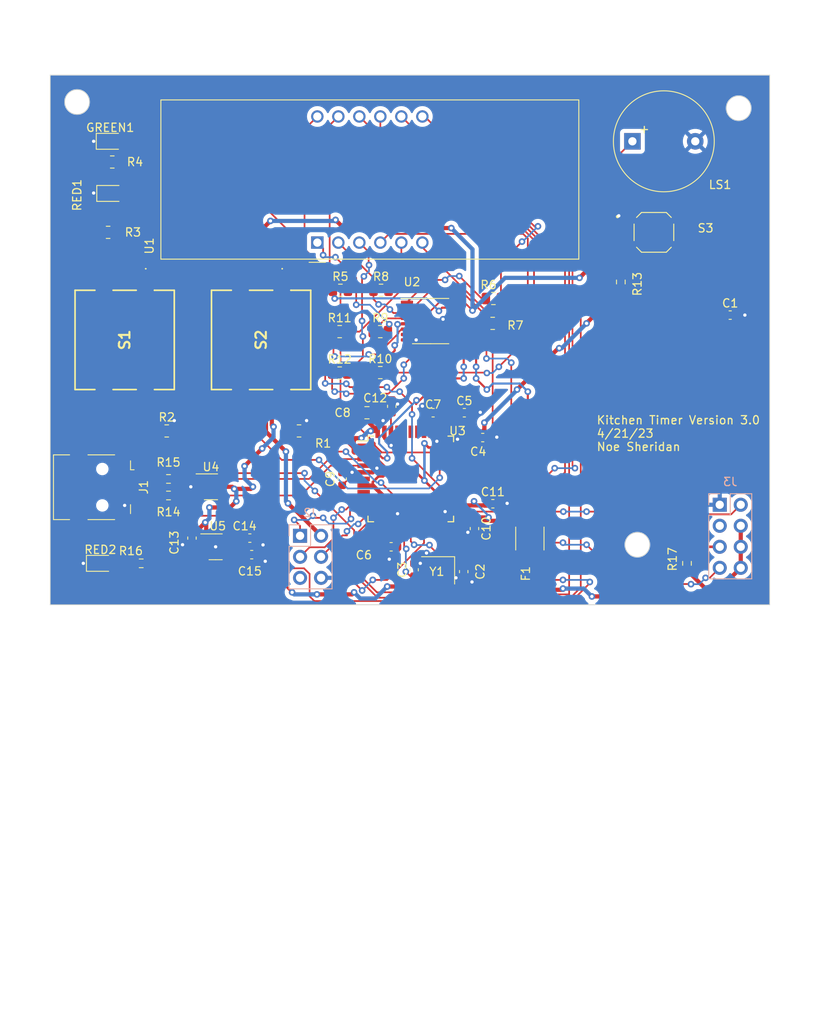
<source format=kicad_pcb>
(kicad_pcb (version 20221018) (generator pcbnew)
  (title_block (title "Kitchen Timer Version 2.0") (date "2023-04-26") (company "Noe Sheridan"))
  (layers (0 "F.Cu" signal) (31 "B.Cu" signal) (34 "B.Paste" user) (35 "F.Paste" user) (36 "B.SilkS" user "B.Silkscreen") (37 "F.SilkS" user "F.Silkscreen") (38 "B.Mask" user) (39 "F.Mask" user) (44 "Edge.Cuts" user))
  (net 0 "")
  (net 1 "Button_2")
  (net 2 "VDC")
  (net 3 "XTAL1")
  (net 4 "GND")
  (net 5 "XTAL2")
  (net 6 "+5V")
  (net 7 "+3.3V")
  (net 8 "Net-(U5-BP)")
  (net 9 "Net-(GREEN1-A)")
  (net 10 "MISO")
  (net 11 "SCK")
  (net 12 "MOSI")
  (net 13 "RST")
  (net 14 "TX")
  (net 16 "Net-(J3-Pin_5)")
  (net 17 "RX")
  (net 18 "Alarm")
  (net 19 "RED_LED")
  (net 20 "Net-(RED1-A)")
  (net 21 "Button_1")
  (net 22 "GREEN_LED")
  (net 23 "a")
  (net 24 "Net-(U1-a)")
  (net 25 "b")
  (net 26 "Net-(U1-b)")
  (net 27 "c")
  (net 28 "Net-(U1-c)")
  (net 29 "d")
  (net 30 "Net-(U1-d)")
  (net 31 "e")
  (net 32 "Net-(U1-e)")
  (net 33 "f")
  (net 34 "Net-(U1-f)")
  (net 35 "g")
  (net 36 "Net-(U1-g)")
  (net 37 "dp")
  (net 38 "Net-(U1-DPX)")
  (net 39 "RESET")
  (net 40 "Net-(RED2-A)")
  (net 41 "Net-(J1-D-)")
  (net 42 "USB_CON_D-")
  (net 43 "Net-(J1-D+)")
  (net 44 "USB_CON_D+")
  (net 45 "D4")
  (net 46 "D3")
  (net 47 "D2")
  (net 48 "D1")
  (net 50 "SH_CP")
  (net 51 "ST_CP")
  (net 52 "DS")
  (net 53 "/UCAP")
  (net 54 "/AREF")
  (net 55 "Net-(J1-VBUS)")
  (net 57 "unconnected-(J1-Shield-Pad6)")
  (net 63 "USB_D-")
  (net 64 "USB_D+")
  (footprint "Capacitor_SMD:C_0805_2012Metric" (layer "F.Cu") (at 218.3 103.8)
    (fp_text reference "C8")
    (fp_text value "10uF")
  )
  (footprint "LED_SMD:LED_0805_2012Metric" (layer "F.Cu") (at 187.3125 77.3)
    (fp_text reference "RED1")
    (fp_text value "LED")
  )
  (footprint "Capacitor_SMD:C_0603_1608Metric" (layer "F.Cu") (at 221.225 120)
    (fp_text reference "C6")
    (fp_text value "0.1uF")
  )
  (footprint "Resistor_SMD:R_0805_2012Metric" (layer "F.Cu") (at 219.9125 94)
    (fp_text reference "R9")
    (fp_text value "100")
  )
  (footprint "Resistor_SMD:R_0603_1608Metric" (layer "F.Cu") (at 194.3 111.8)
    (fp_text reference "R15")
    (fp_text value "22")
  )
  (footprint "Crystal:Crystal_SMD_Abracon_ABM8G-4Pin_3.2x2.5mm" (layer "F.Cu") (at 226.9 122.85 180)
    (fp_text reference "Y1")
    (fp_text value "Crystal_GND24")
  )
  (footprint "Fuse:Fuse_1812_4532Metric" (layer "F.Cu") (at 238 119 90)
    (fp_text reference "F1")
    (fp_text value "Polyfuse_Small")
  )
  (footprint "Resistor_SMD:R_0805_2012Metric" (layer "F.Cu") (at 187.5 73.5)
    (fp_text reference "R4")
    (fp_text value "330")
  )
  (footprint "PTS526_SMD_Button:PTS526_SMD_Button" (layer "F.Cu") (at 253 82)
    (fp_text reference "S3")
    (fp_text value "PTS526")
  )
  (footprint "Capacitor_SMD:C_0603_1608Metric" (layer "F.Cu") (at 215.3 111.8 90)
    (fp_text reference "C9")
    (fp_text value "1uF")
  )
  (footprint "Package_TO_SOT_SMD:SOT-23-6" (layer "F.Cu") (at 199.4375 112.75)
    (fp_text reference "U4")
    (fp_text value "USBLC6-2SC6")
  )
  (footprint "Resistor_SMD:R_0805_2012Metric" (layer "F.Cu") (at 210.0875 106)
    (fp_text reference "R1")
    (fp_text value "10k")
  )
  (footprint "Capacitor_SMD:C_0603_1608Metric" (layer "F.Cu") (at 221.3 103.025 90)
    (fp_text reference "C12")
    (fp_text value "0.1uF")
  )
  (footprint "Display_7Segment:CA56-12EWA" (layer "F.Cu") (at 212.3 83.24 90)
    (fp_text reference "U1")
    (fp_text value "CA56-12EWA")
  )
  (footprint "Capacitor_SMD:C_0603_1608Metric" (layer "F.Cu") (at 232.3 106.8)
    (fp_text reference "C4")
    (fp_text value "0.1uF")
  )
  (footprint "Resistor_SMD:R_0805_2012Metric" (layer "F.Cu") (at 220 89)
    (fp_text reference "R8")
    (fp_text value "100")
  )
  (footprint "Capacitor_SMD:C_0603_1608Metric" (layer "F.Cu") (at 204.1375 118.95)
    (fp_text reference "C14")
    (fp_text value "2.2uF")
  )
  (footprint "Capacitor_SMD:C_0603_1608Metric" (layer "F.Cu") (at 226.3 103.8 180)
    (fp_text reference "C7")
    (fp_text value "0.1uF")
  )
  (footprint "Capacitor_SMD:C_0603_1608Metric" (layer "F.Cu") (at 262.225 92)
    (fp_text reference "C1")
    (fp_text value "0.1uF")
  )
  (footprint "Capacitor_SMD:C_0603_1608Metric" (layer "F.Cu") (at 231.3 117.8 -90)
    (fp_text reference "C10")
    (fp_text value "0.1uF")
  )
  (footprint "Resistor_SMD:R_0805_2012Metric" (layer "F.Cu") (at 233.59 90)
    (fp_text reference "R6")
    (fp_text value "100")
  )
  (footprint "Resistor_SMD:R_0805_2012Metric" (layer "F.Cu") (at 215 94)
    (fp_text reference "R11")
    (fp_text value "100")
  )
  (footprint "Capacitor_SMD:C_0603_1608Metric" (layer "F.Cu") (at 230 123 -90)
    (fp_text reference "C2")
    (fp_text value "22pF")
  )
  (footprint "Resistor_SMD:R_0603_1608Metric" (layer "F.Cu") (at 194.3 113.8)
    (fp_text reference "R14")
    (fp_text value "22")
  )
  (footprint "Resistor_SMD:R_0603_1608Metric" (layer "F.Cu") (at 257 122 90)
    (fp_text reference "R17")
    (fp_text value "10k")
  )
  (footprint "Package_QFP:TQFP-44_10x10mm_P0.8mm" (layer "F.Cu") (at 223.6 111.8)
    (fp_text reference "U3")
    (fp_text value "ATmega32U4-A")
  )
  (footprint "Resistor_SMD:R_0805_2012Metric" (layer "F.Cu") (at 219.9125 98.95)
    (fp_text reference "R10")
    (fp_text value "100")
  )
  (footprint "Resistor_SMD:R_0805_2012Metric" (layer "F.Cu") (at 215 99)
    (fp_text reference "R12")
    (fp_text value "100")
  )
  (footprint "LED_SMD:LED_0805_2012Metric" (layer "F.Cu") (at 186.0625 122)
    (fp_text reference "RED2")
    (fp_text value "LED")
  )
  (footprint "Resistor_SMD:R_0805_2012Metric" (layer "F.Cu") (at 215.0875 89)
    (fp_text reference "R5")
    (fp_text value "100")
  )
  (footprint "Capacitor_SMD:C_0603_1608Metric" (layer "F.Cu") (at 197.1375 118.95 -90)
    (fp_text reference "C13")
    (fp_text value "1uF")
  )
  (footprint "Resistor_SMD:R_0603_1608Metric" (layer "F.Cu") (at 191 122)
    (fp_text reference "R16")
    (fp_text value "1k")
  )
  (footprint "Capacitor_SMD:C_0603_1608Metric" (layer "F.Cu") (at 233.525 114.8)
    (fp_text reference "C11")
    (fp_text value "0.1uF")
  )
  (footprint "Resistor_SMD:R_0805_2012Metric" (layer "F.Cu") (at 233.5025 93)
    (fp_text reference "R7")
    (fp_text value "100")
  )
  (footprint "PTS125_SMD_Button:PTS125_SMD_Button" (layer "F.Cu") (at 205.5 95 -90)
    (fp_text reference "S2")
    (fp_text value "PTS125SM43SMTR21M_LFS" hide)
  )
  (footprint "Resistor_SMD:R_0805_2012Metric" (layer "F.Cu") (at 194.0875 106)
    (fp_text reference "R2")
    (fp_text value "10k")
  )
  (footprint "Capacitor_SMD:C_0603_1608Metric" (layer "F.Cu") (at 224 122.775 90)
    (fp_text reference "C3")
    (fp_text value "22pF")
  )
  (footprint "LED_SMD:LED_0805_2012Metric" (layer "F.Cu") (at 187.25 71)
    (fp_text reference "GREEN1")
    (fp_text value "LED")
  )
  (footprint "Package_TO_SOT_SMD:SOT-23-5" (layer "F.Cu") (at 200 120)
    (fp_text reference "U5")
    (fp_text value "LP2985-3.3")
  )
  (footprint "Capacitor_SMD:C_0603_1608Metric" (layer "F.Cu") (at 204.3625 120.95)
    (fp_text reference "C15")
    (fp_text value "10nF")
  )
  (footprint "Connector_USB:USB_Mini-B_Lumberg_2486_01_Horizontal" (layer "F.Cu") (at 186.3 112.8 -90)
    (fp_text reference "J1")
    (fp_text value "USB_B_Mini")
  )
  (footprint "Resistor_SMD:R_0805_2012Metric" (layer "F.Cu") (at 187 82)
    (fp_text reference "R3")
    (fp_text value "330")
  )
  (footprint "Resistor_SMD:R_0603_1608Metric" (layer "F.Cu") (at 249 88 90)
    (fp_text reference "R13")
    (fp_text value "10k")
  )
  (footprint "Buzzer_Beeper:Buzzer_12x9.5RM7.6" (layer "F.Cu") (at 250.4 71)
    (fp_text reference "LS1")
    (fp_text value "Speaker")
  )
  (footprint "Capacitor_SMD:C_0603_1608Metric" (layer "F.Cu") (at 230.075 103.8)
    (fp_text reference "C5")
    (fp_text value "0.1uF")
  )
  (footprint "PTS125_SMD_Button:PTS125_SMD_Button" (layer "F.Cu") (at 189 95 -90)
    (fp_text reference "S1")
    (fp_text value "PTS125SM43SMTR21M_LFS" hide)
  )
  (footprint "Package_SO:TSSOP-16_4.4x5mm_P0.65mm" (layer "F.Cu") (at 226 92.725)
    (fp_text reference "U2")
    (fp_text value "74AHC595")
  )
  (footprint "Connector_PinSocket_2.54mm:PinSocket_2x04_P2.54mm_Vertical" (layer "B.Cu") (at 260.96 114.92 180)
    (fp_text reference "J3")
    (fp_text value "Conn_02x04_Odd_Even")
  )
  (footprint "Connector_PinSocket_2.54mm:PinSocket_2x03_P2.54mm_Vertical" (layer "B.Cu") (at 210.21 118.67 180)
    (fp_text reference "J2")
    (fp_text value "AVR-ISP-6")
  )
  (gr_circle (center 251 119.75) (end 252.5 119.75) (stroke (width 0.1)) (fill none) (layer "Edge.Cuts"))
  (gr_line (start 180 127) (end 267 127) (stroke (width 0.1)) (layer "Edge.Cuts"))
  (gr_circle (center 263.25 67) (end 264.75 67) (stroke (width 0.1)) (fill none) (layer "Edge.Cuts"))
  (gr_line (start 267 63) (end 180 63) (stroke (width 0.1)) (layer "Edge.Cuts"))
  (gr_circle (center 183.25 66.25) (end 184.75 66.25) (stroke (width 0.1)) (fill none) (layer "Edge.Cuts"))
  (gr_line (start 267 127) (end 267 63) (stroke (width 0.1)) (layer "Edge.Cuts"))
  (gr_line (start 180 63) (end 180 127) (stroke (width 0.1)) (layer "Edge.Cuts"))
  (gr_text "Kitchen Timer Version 3.0\n4/21/23\nNoe Sheridan" (at 246 108.5) (layer "F.SilkS") (effects (font (size 1 1)) (justify left bottom)))
  (segment (start 215.75 108.5) (end 211.675 108.5) (width 0.2032) (layer "F.Cu") (net 1))
  (segment (start 220 112.25) (end 224.4 116.65) (width 0.2032) (layer "F.Cu") (net 1))
  (segment (start 224.4 116.65) (end 224.4 117.5) (width 0.2032) (layer "F.Cu") (net 1))
  (segment (start 211.675 108.5) (end 209.175 106) (width 0.2032) (layer "F.Cu") (net 1))
  (segment (start 208 104.825) (end 208 102.15) (width 0.2032) (layer "F.Cu") (net 1))
  (segment (start 209.175 106) (end 208 104.825) (width 0.2032) (layer "F.Cu") (net 1))
  (via (at 220 112.25) (size 0.8) (drill 0.4) (layers "F.Cu" "B.Cu") (net 1))
  (via (at 215.75 108.5) (size 0.8) (drill 0.4) (layers "F.Cu" "B.Cu") (net 1))
  (segment (start 215.75 108.5) (end 219.5 112.25) (width 0.2032) (layer "B.Cu") (net 1))
  (segment (start 219.5 112.25) (end 220 112.25) (width 0.2032) (layer "B.Cu") (net 1))
  (segment (start 184.25 77.042261) (end 184.25 85.6) (width 0.508) (layer "F.Cu") (net 2))
  (segment (start 215.4873 81.4873) (end 214.5 80.5) (width 0.508) (layer "F.Cu") (net 2))
  (segment (start 206.629247 80.620753) (end 203 84.25) (width 0.508) (layer "F.Cu") (net 2))
  (segment (start 185.146261 76.146) (end 184.25 77.042261) (width 0.508) (layer "F.Cu") (net 2))
  (segment (start 228.5 81.4873) (end 215.4873 81.4873) (width 0.508) (layer "F.Cu") (net 2))
  (segment (start 261.45 92) (end 252.496 83.046) (width 0.508) (layer "F.Cu") (net 2))
  (segment (start 225.5 92.75) (end 227.1 94.35) (width 0.2032) (layer "F.Cu") (net 2))
  (segment (start 203 87.85) (end 206.088 90.938) (width 0.508) (layer "F.Cu") (net 2))
  (segment (start 209.6775 115.5975) (end 212.75 118.67) (width 0.508) (layer "F.Cu") (net 2))
  (segment (start 191.296 76.146) (end 185.146261 76.146) (width 0.508) (layer "F.Cu") (net 2))
  (segment (start 203 84.25) (end 203 87.85) (width 0.508) (layer "F.Cu") (net 2))
  (segment (start 231.061602 91.438398) (end 230.073204 90.45) (width 0.2032) (layer "F.Cu") (net 2))
  (segment (start 227.1 94.35) (end 228.8625 94.35) (width 0.2032) (layer "F.Cu") (net 2))
  (segment (start 206.088 106.088) (end 208.5 108.5) (width 0.508) (layer "F.Cu") (net 2))
  (segment (start 206.088 90.938) (end 206.088 106.088) (width 0.508) (layer "F.Cu") (net 2))
  (segment (start 209.5975 115.5975) (end 209.6775 115.5975) (width 0.508) (layer "F.Cu") (net 2))
  (segment (start 225.5 92) (end 225.5 92.75) (width 0.2032) (layer "F.Cu") (net 2))
  (segment (start 228.8625 90.45) (end 227.05 90.45) (width 0.2032) (layer "F.Cu") (net 2))
  (segment (start 184.25 85.6) (end 186.5 87.85) (width 0.508) (layer "F.Cu") (net 2))
  (segment (start 227.05 90.45) (end 225.5 92) (width 0.2032) (layer "F.Cu") (net 2))
  (segment (start 248.454 83.046) (end 244 87.5) (width 0.508) (layer "F.Cu") (net 2))
  (segment (start 203 87.85) (end 191.296 76.146) (width 0.508) (layer "F.Cu") (net 2))
  (segment (start 252.496 83.046) (end 248.454 83.046) (width 0.508) (layer "F.Cu") (net 2))
  (segment (start 230.073204 90.45) (end 228.8625 90.45) (width 0.2032) (layer "F.Cu") (net 2))
  (segment (start 209.5975 115.5975) (end 208.75 114.75) (width 0.508) (layer "F.Cu") (net 2))
  (segment (start 202.825 84.425) (end 206.629247 80.620753) (width 0.254) (layer "F.Cu") (net 2))
  (via (at 231.061602 91.438398) (size 0.8) (drill 0.4) (layers "F.Cu" "B.Cu") (net 2))
  (via (at 228.5 81.4873) (size 0.8) (drill 0.4) (layers "F.Cu" "B.Cu") (net 2))
  (via (at 231.061602 91.438398) (size 0.8) (drill 0.4) (layers "F.Cu" "B.Cu") (net 2))
  (via (at 214.5 80.5) (size 0.8) (drill 0.4) (layers "F.Cu" "B.Cu") (net 2))
  (via (at 244 87.5) (size 0.8) (drill 0.4) (layers "F.Cu" "B.Cu") (net 2))
  (via (at 208.5 108.5) (size 0.8) (drill 0.4) (layers "F.Cu" "B.Cu") (net 2))
  (via (at 206.629247 80.620753) (size 0.8) (drill 0.4) (layers "F.Cu" "B.Cu") (net 2))
  (via (at 208.75 114.75) (size 0.8) (drill 0.4) (layers "F.Cu" "B.Cu") (net 2))
  (segment (start 228.5 81.4873) (end 231.061602 84.048902) (width 0.508) (layer "B.Cu") (net 2))
  (segment (start 244 87.5) (end 235 87.5) (width 0.508) (layer "B.Cu") (net 2))
  (segment (start 208.5 108.5) (end 208.5 114.5) (width 0.508) (layer "B.Cu") (net 2))
  (segment (start 235 87.5) (end 231.061602 91.438398) (width 0.508) (layer "B.Cu") (net 2))
  (segment (start 214.379247 80.620753) (end 214.5 80.5) (width 0.508) (layer "B.Cu") (net 2))
  (segment (start 208.5 114.5) (end 208.75 114.75) (width 0.508) (layer "B.Cu") (net 2))
  (segment (start 231.061602 84.048902) (end 231.061602 91.438398) (width 0.508) (layer "B.Cu") (net 2))
  (segment (start 206.629247 80.620753) (end 214.379247 80.620753) (width 0.508) (layer "B.Cu") (net 2))
  (segment (start 228 122) (end 229.775 122) (width 0.2032) (layer "F.Cu") (net 3))
  (segment (start 225.85889 119.789596) (end 225.85889 119.85889) (width 0.2032) (layer "F.Cu") (net 3))
  (segment (start 223.6 119.35) (end 223.6 117.5) (width 0.2032) (layer "F.Cu") (net 3))
  (segment (start 229.775 122) (end 230 122.225) (width 0.2032) (layer "F.Cu") (net 3))
  (segment (start 224 119.75) (end 223.6 119.35) (width 0.2032) (layer "F.Cu") (net 3))
  (segment (start 225.85889 119.85889) (end 228 122) (width 0.2032) (layer "F.Cu") (net 3))
  (via (at 224 119.75) (size 0.8) (drill 0.4) (layers "F.Cu" "B.Cu") (net 3))
  (via (at 225.85889 119.789596) (size 0.8) (drill 0.4) (layers "F.Cu" "B.Cu") (net 3))
  (segment (start 224.039596 119.789596) (end 224 119.75) (width 0.2032) (layer "B.Cu") (net 3))
  (segment (start 225.85889 119.789596) (end 224.039596 119.789596) (width 0.2032) (layer "B.Cu") (net 3))
  (segment (start 225.525 103.8) (end 225.525 103.525) (width 0.2032) (layer "F.Cu") (net 4))
  (segment (start 221.3 102.25) (end 221.5 102.25) (width 0.508) (layer "F.Cu") (net 4))
  (segment (start 185.3 77.3) (end 185.25 77.25) (width 0.508) (layer "F.Cu") (net 4))
  (segment (start 220.4 106.1) (end 220.4 106.9282) (width 0.3048) (layer "F.Cu") (net 4))
  (segment (start 219 111) (end 219.5 110.5) (width 0.508) (layer "F.Cu") (net 4))
  (segment (start 211 106) (end 211 104.75) (width 0.508) (layer "F.Cu") (net 4))
  (segment (start 231.3 118.575) (end 230.825 118.575) (width 0.508) (layer "F.Cu") (net 4))
  (segment (start 229.3 107.05) (end 229.25 107) (width 0.508) (layer "F.Cu") (net 4))
  (segment (start 219.25 103.8) (end 219.3 103.8) (width 0.508) (layer "F.Cu") (net 4))
  (segment (start 198.8625 120) (end 200 120) (width 0.508) (layer "F.Cu") (net 4))
  (segment (start 195 106) (end 195 104.75) (width 0.508) (layer "F.Cu") (net 4))
  (segment (start 227.8027 115.8) (end 227.75 115.7473) (width 0.508) (layer "F.Cu") (net 4))
  (segment (start 216.475 111.025) (end 216.5 111) (width 0.508) (layer "F.Cu") (net 4))
  (segment (start 219.3 103.8) (end 220.25 104.75) (width 0.508) (layer "F.Cu") (net 4))
  (segment (start 224.75 122) (end 224 122) (width 0.508) (layer "F.Cu") (net 4))
  (segment (start 230.825 118.575) (end 230.5 118.25) (width 0.508) (layer "F.Cu") (net 4))
  (segment (start 186.125 71) (end 185.25 71) (width 0.2032) (layer "F.Cu") (net 4))
  (segment (start 230.85 103.8) (end 231.95 103.8) (width 0.508) (layer "F.Cu") (net 4))
  (segment (start 248.9 80.15) (end 248.75 80) (width 0.2032) (layer "F.Cu") (net 4))
  (segment (start 233.95 106.8) (end 234 106.75) (width 0.508) (layer "F.Cu") (net 4))
  (segment (start 196.025 119.725) (end 196 119.75) (width 0.508) (layer "F.Cu") (net 4))
  (segment (start 185.125 122) (end 184 122) (width 0.508) (layer "F.Cu") (net 4))
  (segment (start 220.4 106.9282) (end 221.2218 107.75) (width 0.3048) (layer "F.Cu") (net 4))
  (segment (start 235.2 114.8) (end 235.25 114.75) (width 0.2032) (layer "F.Cu") (net 4))
  (segment (start 263 92) (end 264 92) (width 0.508) (layer "F.Cu") (net 4))
  (segment (start 228.8625 92.4) (end 227.6 92.4) (width 0.3048) (layer "F.Cu") (net 4))
  (segment (start 222 120.5) (end 221 121.5) (width 0.508) (layer "F.Cu") (net 4))
  (segment (start 186.375 77.3) (end 185.3 77.3) (width 0.508) (layer "F.Cu") (net 4))
  (segment (start 229.009701 123.7) (end 229.059701 123.75) (width 0.508) (layer "F.Cu") (net 4))
  (segment (start 230 123.775) (end 230.525 123.775) (width 0.508) (layer "F.Cu") (net 4))
  (segment (start 205.1375 120.95) (end 205.2 120.95) (width 0.508) (layer "F.Cu") (net 4))
  (segment (start 229.3 107.8) (end 229.3 107.05) (width 0.508) (layer "F.Cu") (net 4))
  (segment (start 225.8 122) (end 224.75 122) (width 0.2032) (layer "F.Cu") (net 4))
  (segment (start 198.3 112.75) (end 197 112.75) (width 0.3048) (layer "F.Cu") (net 4))
  (segment (start 189 114.4) (end 189 115) (width 0.508) (layer "F.Cu") (net 4))
  (segment (start 222 116.367) (end 222 116) (width 0.508) (layer "F.Cu") (net 4))
  (segment (start 204.9125 118.95) (end 205.73125 119.76875) (width 0.508) (layer "F.Cu") (net 4))
  (segment (start 230.525 123.775) (end 231 124.25) (width 0.508) (layer "F.Cu") (net 4))
  (segment (start 225.5 121.7) (end 225.8 122) (width 0.508) (layer "F.Cu") (net 4))
  (segment (start 225.5 120.75) (end 225.5 121.7) (width 0.508) (layer "F.Cu") (net 4))
  (segment (start 215.3 111.025) (end 216.475 111.025) (width 0.508) (layer "F.Cu") (net 4))
  (segment (start 227.6 92.4) (end 227.5 92.5) (width 0.3048) (layer "F.Cu") (net 4))
  (segment (start 226.8 106.1) (end 226.8 107.2) (width 0.508) (layer "F.Cu") (net 4))
  (segment (start 229.3 115.8) (end 227.8027 115.8) (width 0.508) (layer "F.Cu") (net 4))
  (segment (start 228 123.7) (end 229.009701 123.7) (width 0.508) (layer "F.Cu") (net 4))
  (segment (start 205.2 120.95) (end 206 121.75) (width 0.508) (layer "F.Cu") (net 4))
  (segment (start 222 117.5) (end 222 116.367) (width 0.508) (layer "F.Cu") (net 4))
  (segment (start 250 80.15) (end 248.9 80.15) (width 0.2032) (layer "F.Cu") (net 4))
  (segment (start 197.1375 119.725) (end 196.025 119.725) (width 0.508) (layer "F.Cu") (net 4))
  (segment (start 217.9 111) (end 219 111) (width 0.508) (layer "F.Cu") (net 4))
  (segment (start 186.3125 71) (end 185.25 71) (width 0.508) (layer "F.Cu") (net 4))
  (segment (start 233.075 106.8) (end 233.95 106.8) (width 0.508) (layer "F.Cu") (net 4))
  (segment (start 221.5 102.25) (end 222 102.75) (width 0.508) (layer "F.Cu") (net 4))
  (segment (start 222 120) (end 222 120.5) (width 0.508) (layer "F.Cu") (net 4))
  (segment (start 231.95 103.8) (end 232 103.75) (width 0.508) (layer "F.Cu") (net 4))
  (segment (start 225.525 103.525) (end 225 103) (width 0.2032) (layer "F.Cu") (net 4))
  (segment (start 226.8 107.2) (end 226.75 107.25) (width 0.508) (layer "F.Cu") (net 4))
  (segment (start 234.3 114.8) (end 235.2 114.8) (width 0.2032) (layer "F.Cu") (net 4))
  (via (at 184 122) (size 0.8) (drill 0.4) (layers "F.Cu" "B.Cu") (net 4))
  (via (at 205.73125 119.76875) (size 0.8) (drill 0.4) (layers "F.Cu" "B.Cu") (net 4))
  (via (at 229.25 107) (size 0.8) (drill 0.4) (layers "F.Cu" "B.Cu") (net 4))
  (via (at 230.5 118.25) (size 0.8) (drill 0.4) (layers "F.Cu" "B.Cu") (net 4))
  (via (at 224.75 122) (size 0.8) (drill 0.4) (layers "F.Cu" "B.Cu") (net 4))
  (via (at 234 106.75) (size 0.8) (drill 0.4) (layers "F.Cu" "B.Cu") (net 4))
  (via (at 227.75 115.7473) (size 0.8) (drill 0.4) (layers "F.Cu" "B.Cu") (net 4))
  (via (at 231 124.25) (size 0.8) (drill 0.4) (layers "F.Cu" "B.Cu") (net 4))
  (via (at 211 104.75) (size 0.8) (drill 0.4) (layers "F.Cu" "B.Cu") (net 4))
  (via (at 185.25 71) (size 0.8) (drill 0.4) (layers "F.Cu" "B.Cu") (net 4))
  (via (at 229.059701 123.75) (size 0.8) (drill 0.4) (layers "F.Cu" "B.Cu") (net 4))
  (via (at 197 112.75) (size 0.8) (drill 0.4) (layers "F.Cu" "B.Cu") (net 4))
  (via (at 224.25 95) (size 0.8) (drill 0.4) (layers "F.Cu" "B.Cu") (net 4))
  (via (at 225 103) (size 0.8) (drill 0.4) (layers "F.Cu" "B.Cu") (net 4))
  (via (at 222 116) (size 0.8) (drill 0.4) (layers "F.Cu" "B.Cu") (net 4))
  (via (at 248.75 80) (size 0.8) (drill 0.4) (layers "F.Cu" "B.Cu") (net 4))
  (via (at 189 115) (size 0.8) (drill 0.4) (layers "F.Cu" "B.Cu") (net 4))
  (via (at 221.2218 107.75) (size 0.8) (drill 0.4) (layers "F.Cu" "B.Cu") (net 4))
  (via (at 195 104.75) (size 0.8) (drill 0.4) (layers "F.Cu" "B.Cu") (net 4))
  (via (at 206 121.75) (size 0.8) (drill 0.4) (layers "F.Cu" "B.Cu") (net 4))
  (via (at 216.5 111) (size 0.8) (drill 0.4) (layers "F.Cu" "B.Cu") (net 4))
  (via (at 226.75 107.25) (size 0.8) (drill 0.4) (layers "F.Cu" "B.Cu") (net 4))
  (via (at 219.5 110.5) (size 0.8) (drill 0.4) (layers "F.Cu" "B.Cu") (net 4))
  (via (at 185.25 77.25) (size 0.8) (drill 0.4) (layers "F.Cu" "B.Cu") (net 4))
  (via (at 225.5 120.75) (size 0.8) (drill 0.4) (layers "F.Cu" "B.Cu") (net 4))
  (via (at 232 103.75) (size 0.8) (drill 0.4) (layers "F.Cu" "B.Cu") (net 4))
  (via (at 235.25 114.75) (size 0.8) (drill 0.4) (layers "F.Cu" "B.Cu") (net 4))
  (via (at 221 121.5) (size 0.8) (drill 0.4) (layers "F.Cu" "B.Cu") (net 4))
  (via (at 196 119.75) (size 0.8) (drill 0.4) (layers "F.Cu" "B.Cu") (net 4))
  (via (at 200 120) (size 0.8) (drill 0.4) (layers "F.Cu" "B.Cu") (net 4))
  (via (at 220.25 104.75) (size 0.8) (drill 0.4) (layers "F.Cu" "B.Cu") (net 4))
  (via (at 264 92) (size 0.8) (drill 0.4) (layers "F.Cu" "B.Cu") (net 4))
  (via (at 227.5 92.5) (size 0.8) (drill 0.4) (layers "F.Cu" "B.Cu") (net 4))
  (via (at 222 102.75) (size 0.8) (drill 0.4) (layers "F.Cu" "B.Cu") (net 4))
  (segment (start 223.0495 120.25) (end 222.8 120.0005) (width 0.2032) (layer "F.Cu") (net 5))
  (segment (start 224 123.55) (end 223.55 123.55) (width 0.2032) (layer "F.Cu") (net 5))
  (segment (start 225.65 123.55) (end 225.8 123.7) (width 0.2032) (layer "F.Cu") (net 5))
  (segment (start 223.55 123.55) (end 223 123) (width 0.2032) (layer "F.Cu") (net 5))
  (segment (start 224 123.55) (end 225.65 123.55) (width 0.2032) (layer "F.Cu") (net 5))
  (segment (start 222.8 120.0005) (end 222.8 117.5) (width 0.2032) (layer "F.Cu") (net 5))
  (via (at 223.0495 120.25) (size 0.8) (drill 0.4) (layers "F.Cu" "B.Cu") (net 5))
  (via (at 223 123) (size 0.8) (drill 0.4) (layers "F.Cu" "B.Cu") (net 5))
  (segment (start 223 123) (end 223 120.2995) (width 0.2032) (layer "B.Cu") (net 5))
  (segment (start 223 120.2995) (end 223.0495 120.25) (width 0.2032) (layer "B.Cu") (net 5))
  (segment (start 197.1375 118.175) (end 197.6345 118.175) (width 0.508) (layer "F.Cu") (net 6))
  (segment (start 220.5 110.5) (end 220.5 111.25) (width 0.3048) (layer "F.Cu") (net 6))
  (segment (start 206.796 105.296) (end 206.796 100.954) (width 0.508) (layer "F.Cu") (net 6))
  (segment (start 223.75 110.5) (end 225.25 112) (width 0.3048) (layer "F.Cu") (net 6))
  (segment (start 231.25 115) (end 231.25 114.5) (width 0.254) (layer "F.Cu") (net 6))
  (segment (start 216.696 108) (end 216.696 108.529) (width 0.508) (layer "F.Cu") (net 6))
  (segment (start 204.25 113) (end 204.5 112.75) (width 0.508) (layer "F.Cu") (net 6))
  (segment (start 227.6 104.325) (end 227.6 106.1) (width 0.3048) (layer "F.Cu") (net 6))
  (segment (start 231.8739 116.4511) (end 231.4625 116.8625) (width 0.508) (layer "F.Cu") (net 6))
  (segment (start 229.3 115) (end 231 115) (width 0.254) (layer "F.Cu") (net 6))
  (segment (start 217.9 112.6) (end 219.033 112.6) (width 0.508) (layer "F.Cu") (net 6))
  (segment (start 229.3 104.575) (end 231.525 106.8) (width 0.508) (layer "F.Cu") (net 6))
  (segment (start 229.3 103.8) (end 227.075 103.8) (width 0.508) (layer "F.Cu") (net 6))
  (segment (start 231.25 115) (end 232.55 115) (width 0.254) (layer "F.Cu") (net 6))
  (segment (start 220.5 110.5) (end 220.5 110.321) (width 0.254) (layer "F.Cu") (net 6))
  (segment (start 225.25 112) (end 228.25 115) (width 0.3048) (layer "F.Cu") (net 6))
  (segment (start 233 116.4511) (end 233 116.6125) (width 0.254) (layer "F.Cu") (net 6))
  (segment (start 206.796 100.954) (end 207.054 100.696) (width 0.508) (layer "F.Cu") (net 6))
  (segment (start 220.2524 111.4976) (end 219.688345 111.4976) (width 0.3048) (layer "F.Cu") (net 6))
  (segment (start 238 116.8625) (end 231.4625 116.8625) (width 0.508) (layer "F.Cu") (net 6))
  (segment (start 209.392 100.696) (end 216.696 108) (width 0.508) (layer "F.Cu") (net 6))
  (segment (start 216.8484 108.3766) (end 217.0718 108.6) (width 0.2032) (layer "F.Cu") (net 6))
  (segment (start 219.6 106.05) (end 217.35 103.8) (width 0.508) (layer "F.Cu") (net 6))
  (segment (start 217.9 112.6) (end 218.9548 112.6) (width 0.3048) (layer "F.Cu") (net 6))
  (segment (start 220.5 110.321) (end 218.779 108.6) (width 0.254) (layer "F.Cu") (net 6))
  (segment (start 231.25 114.5) (end 231 114.75) (width 0.254) (layer "F.Cu") (net 6))
  (segment (start 220.5 110.5) (end 223.75 110.5) (width 0.3048) (layer "F.Cu") (net 6))
  (segment (start 201.75 115.25) (end 202.5 114.5) (width 0.508) (layer "F.Cu") (net 6))
  (segment (start 227.061655 108.0024) (end 227.6 107.464055) (width 0.3048) (layer "F.Cu") (net 6))
  (segment (start 221.146 117.446) (end 221.2 117.5) (width 0.508) (layer "F.Cu") (net 6))
  (segment (start 217.0718 108.6) (end 217.9 108.6) (width 0.2032) (layer "F.Cu") (net 6))
  (segment (start 219.0024 112.183545) (end 219.0024 112.5524) (width 0.3048) (layer "F.Cu") (net 6))
  (segment (start 192.3375 119.8375) (end 190.175 122) (width 0.508) (layer "F.Cu") (net 6))
  (segment (start 241.4511 96) (end 241.5489 96) (width 0.508) (layer "F.Cu") (net 6))
  (segment (start 219.033 112.6) (end 221.146 114.713) (width 0.508) (layer "F.Cu") (net 6))
  (segment (start 232.5 105.825) (end 231.525 106.8) (width 0.508) (layer "F.Cu") (net 6))
  (segment (start 202.25 113) (end 202 112.75) (width 0.508) (layer "F.Cu") (net 6))
  (segment (start 233 116.4511) (end 231.8739 116.4511) (width 0.508) (layer "F.Cu") (net 6))
  (segment (start 198.8625 117.172) (end 198.75 117.0595) (width 0.508) (layer "F.Cu") (net 6))
  (segment (start 218.779 108.6) (end 217.9 108.6) (width 0.254) (layer "F.Cu") (net 6))
  (segment (start 231 115) (end 231.25 115) (width 0.254) (layer "F.Cu") (net 6))
  (segment (start 207 105.5) (end 206.796 105.296) (width 0.508) (layer "F.Cu") (net 6))
  (segment (start 225.25 107.5) (end 225.7524 108.0024) (width 0.3048) (layer "F.Cu") (net 6))
  (segment (start 231 114.75) (end 231 115) (width 0.254) (layer "F.Cu") (net 6))
  (segment (start 229.3 103.8) (end 229.3 104.575) (width 0.508) (layer "F.Cu") (net 6))
  (segment (start 218.745753 106.004247) (end 219.504247 106.004247) (width 0.508) (layer "F.Cu") (net 6))
  (segment (start 231.4625 116.8625) (end 231.3 117.025) (width 0.508) (layer "F.Cu") (net 6))
  (segment (start 220.5 111.25) (end 220.2524 111.4976) (width 0.3048) (layer "F.Cu") (net 6))
  (segment (start 221.146 114.713) (end 221.146 117.446) (width 0.508) (layer "F.Cu") (net 6))
  (segment (start 198.8625 119.05) (end 198.8625 117.172) (width 0.508) (layer "F.Cu") (net 6))
  (segment (start 219.6 106.1) (end 219.6 106.05) (width 0.508) (layer "F.Cu") (net 6))
  (segment (start 228.25 115) (end 229.3 115) (width 0.3048) (layer "F.Cu") (net 6))
  (segment (start 202.25 113) (end 204.25 113) (width 0.508) (layer "F.Cu") (net 6))
  (segment (start 197.6345 118.175) (end 198.75 117.0595) (width 0.508) (layer "F.Cu") (net 6))
  (segment (start 232.55 115) (end 229.3 115) (width 0.508) (layer "F.Cu") (net 6))
  (segment (start 232.5 105) (end 232.5 105.825) (width 0.508) (layer "F.Cu") (net 6))
  (segment (start 206.75 105.25) (end 207 105.5) (width 0.2032) (layer "F.Cu") (net 6))
  (segment (start 202 112.75) (end 200.575 112.75) (width 0.508) (layer "F.Cu") (net 6))
  (segment (start 216.696 108) (end 216.696 107.071) (width 0.508) (layer "F.Cu") (net 6))
  (segment (start 221.2 119.25) (end 221.2 117.5) (width 0.3048) (layer "F.Cu") (net 6))
  (segment (start 217.629247 106.870753) (end 217.201047 106.870753) (width 0.2032) (layer "F.Cu") (net 6))
  (segment (start 217.201047 106.870753) (end 216.8484 107.2234) (width 0.2032) (layer "F.Cu") (net 6))
  (segment (start 232.75 114.8) (end 232.55 115) (width 0.508) (layer "F.Cu") (net 6))
  (segment (start 225.7524 108.0024) (end 227.061655 108.0024) (width 0.3048) (layer "F.Cu") (net 6))
  (segment (start 197.1375 118.175) (end 194 118.175) (width 0.508) (layer "F.Cu") (net 6))
  (segment (start 249 88.825) (end 244.8538 92.9712) (width 0.508) (layer "F.Cu") (net 6))
  (segment (start 227.6 107.392213) (end 227.6 106.1) (width 0.2032) (layer "F.Cu") (net 6))
  (segment (start 220.45 120) (end 221.2 119.25) (width 0.3048) (layer "F.Cu") (net 6))
  (segment (start 207.054 100.696) (end 209.392 100.696) (width 0.508) (layer "F.Cu") (net 6))
  (segment (start 216.696 108.529) (end 216.767 108.6) (width 0.508) (layer "F.Cu") (net 6))
  (segment (start 227.6 107.464055) (end 227.6 106.1) (width 0.3048) (layer "F.Cu") (net 6))
  (segment (start 216.8484 107.2234) (end 216.8484 108.3766) (width 0.2032) (layer "F.Cu") (net 6))
  (segment (start 199.25 115.25) (end 201.75 115.25) (width 0.508) (layer "F.Cu") (net 6))
  (segment (start 216.896247 106.870753) (end 217.629247 106.870753) (width 0.508) (layer "F.Cu") (net 6))
  (segment (start 227.075 103.8) (end 227.6 104.325) (width 0.3048) (layer "F.Cu") (net 6))
  (segment (start 219.504247 106.004247) (end 219.6 106.1) (width 0.508) (layer "F.Cu") (net 6))
  (segment (start 244.8538 92.9712) (end 244.8538 93) (width 0.508) (layer "F.Cu") (net 6))
  (segment (start 226.992213 108) (end 227.6 107.392213) (width 0.2032) (layer "F.Cu") (net 6))
  (segment (start 236.4511 101) (end 241.4511 96) (width 0.508) (layer "F.Cu") (net 6))
  (segment (start 203.5 110.25) (end 205.625 108.125) (width 0.508) (layer "F.Cu") (net 6))
  (segment (start 194 118.175) (end 192.3375 119.8375) (width 0.508) (layer "F.Cu") (net 6))
  (segment (start 198.8625 120.95) (end 193.45 120.95) (width 0.508) (layer "F.Cu") (net 6))
  (segment (start 193.45 120.95) (end 192.3375 119.8375) (width 0.508) (layer "F.Cu") (net 6))
  (segment (start 216.767 108.6) (end 217.9 108.6) (width 0.508) (layer "F.Cu") (net 6))
  (segment (start 216.696 107.071) (end 216.896247 106.870753) (width 0.508) (layer "F.Cu") (net 6))
  (segment (start 219.688345 111.4976) (end 219.0024 112.183545) (width 0.3048) (layer "F.Cu") (net 6))
  (via (at 199.25 115.25) (size 0.8) (drill 0.4) (layers "F.Cu" "B.Cu") (net 6))
  (via (at 198.75 117.0595) (size 0.8) (drill 0.4) (layers "F.Cu" "B.Cu") (net 6))
  (via (at 218.745753 106.004247) (size 0.8) (drill 0.4) (layers "F.Cu" "B.Cu") (net 6))
  (via (at 203.5 110.25) (size 0.8) (drill 0.4) (layers "F.Cu" "B.Cu") (net 6))
  (via (at 225.25 112) (size 0.8) (drill 0.4) (layers "F.Cu" "B.Cu") (net 6))
  (via (at 233 116.4511) (size 0.8) (drill 0.4) (layers "F.Cu" "B.Cu") (net 6))
  (via (at 202.25 113) (size 0.8) (drill 0.4) (layers "F.Cu" "B.Cu") (net 6))
  (via (at 205.625 108.125) (size 0.8) (drill 0.4) (layers "F.Cu" "B.Cu") (net 6))
  (via (at 244.8538 93) (size 0.8) (drill 0.4) (layers "F.Cu" "B.Cu") (net 6))
  (via (at 241.5489 96) (size 0.8) (drill 0.4) (layers "F.Cu" "B.Cu") (net 6))
  (via (at 225.25 107.5) (size 0.8) (drill 0.4) (layers "F.Cu" "B.Cu") (net 6))
  (via (at 202.5 114.5) (size 0.8) (drill 0.4) (layers "F.Cu" "B.Cu") (net 6))
  (via (at 231.25 114.5) (size 0.8) (drill 0.4) (layers "F.Cu" "B.Cu") (net 6))
  (via (at 204.5 112.75) (size 0.8) (drill 0.4) (layers "F.Cu" "B.Cu") (net 6))
  (via (at 207 105.5) (size 0.8) (drill 0.4) (layers "F.Cu" "B.Cu") (net 6))
  (via (at 236.4511 101) (size 0.8) (drill 0.4) (layers "F.Cu" "B.Cu") (net 6))
  (via (at 217.629247 106.870753) (size 0.8) (drill 0.4) (layers "F.Cu" "B.Cu") (net 6))
  (via (at 232.5 105) (size 0.8) (drill 0.4) (layers "F.Cu" "B.Cu") (net 6))
  (segment (start 236.4511 101) (end 236.4511 101.0489) (width 0.508) (layer "B.Cu") (net 6))
  (segment (start 236.4511 101.0489) (end 232.5 105) (width 0.508) (layer "B.Cu") (net 6))
  (segment (start 218.745753 106.004247) (end 218.495753 106.004247) (width 0.508) (layer "B.Cu") (net 6))
  (segment (start 203.5 111.75) (end 204.5 112.75) (width 0.508) (layer "B.Cu") (net 6))
  (segment (start 231.25 114.5) (end 233 116.25) (width 0.254) (layer "B.Cu") (net 6))
  (segment (start 199.25 116.5595) (end 198.75 117.0595) (width 0.508) (layer "B.Cu") (net 6))
  (segment (start 202.5 114.5) (end 202.5 113.25) (width 0.508) (layer "B.Cu") (net 6))
  (segment (start 225.25 107.5) (end 225.25 112) (width 0.3048) (layer "B.Cu") (net 6))
  (segment (start 205.625 108.125) (end 207 106.75) (width 0.508) (layer "B.Cu") (net 6))
  (segment (start 199.25 115.25) (end 199.25 116.5595) (width 0.508) (layer "B.Cu") (net 6))
  (segment (start 202.5 113.25) (end 202.25 113) (width 0.508) (layer "B.Cu") (net 6))
  (segment (start 233 116.25) (end 233 116.4511) (width 0.254) (layer "B.Cu") (net 6))
  (segment (start 203.5 110.25) (end 203.5 111.75) (width 0.508) (layer "B.Cu") (net 6))
  (segment (start 241.8538 96) (end 244.8538 93) (width 0.508) (layer "B.Cu") (net 6))
  (segment (start 218.495753 106.004247) (end 217.629247 106.870753) (width 0.508) (layer "B.Cu") (net 6))
  (segment (start 241.5489 96) (end 241.8538 96) (width 0.508) (layer "B.Cu") (net 6))
  (segment (start 207 106.75) (end 207 105.5) (width 0.508) (layer "B.Cu") (net 6))
  (segment (start 260.168609 125.993609) (end 260.168609 126) (width 0.3048) (layer "F.Cu") (net 7))
  (segment (start 203.2625 119.05) (end 203.3625 118.95) (width 0.508) (layer "F.Cu") (net 7))
  (segment (start 206.7524 119.498333) (end 205.376667 118.1226) (width 0.3048) (layer "F.Cu") (net 7))
  (segment (start 257 122.825) (end 260.168609 125.993609) (width 0.3048) (layer "F.Cu") (net 7))
  (segment (start 263.5 117.46) (end 263.5 120) (width 0.508) (layer "F.Cu") (net 7))
  (segment (start 260.168609 125.871391) (end 260.168609 125.993609) (width 0.3048) (layer "F.Cu") (net 7))
  (segment (start 241.8545 125.1944) (end 242 125.0489) (width 0.508) (layer "F.Cu") (net 7))
  (segment (start 205.376667 118.1226) (end 204.1899 118.1226) (width 0.3048) (layer "F.Cu") (net 7))
  (segment (start 263.5 120) (end 263.5 122.54) (width 0.508) (layer "F.Cu") (net 7))
  (segment (start 259.82 125.645) (end 260.395 125.645) (width 0.508) (layer "F.Cu") (net 7))
  (segment (start 230.4444 125.1944) (end 241.8545 125.1944) (width 0.508) (layer "F.Cu") (net 7))
  (segment (start 209.25 125.5) (end 206.7524 123.0024) (width 0.3048) (layer "F.Cu") (net 7))
  (segment (start 216.495552 125.75) (end 216.744252 125.5013) (width 0.508) (layer "F.Cu") (net 7))
  (segment (start 201.1375 119.05) (end 203.2625 119.05) (width 0.508) (layer "F.Cu") (net 7))
  (segment (start 230.0489 124.7989) (end 230.4444 125.1944) (width 0.508) (layer "F.Cu") (net 7))
  (segment (start 212.25 125.75) (end 216.495552 125.75) (width 0.508) (layer "F.Cu") (net 7))
  (segment (start 204.1899 118.1226) (end 203.3625 118.95) (width 0.3048) (layer "F.Cu") (net 7))
  (segment (start 206.7524 123.0024) (end 206.7524 119.498333) (width 0.3048) (layer "F.Cu") (net 7))
  (segment (start 260.168609 126) (end 260.168609 125.871391) (width 0.508) (layer "F.Cu") (net 7))
  (segment (start 260.168609 126) (end 245.5 126) (width 0.508) (layer "F.Cu") (net 7))
  (segment (start 260.395 125.645) (end 263.5 122.54) (width 0.508) (layer "F.Cu") (net 7))
  (segment (start 257 122.825) (end 259.82 125.645) (width 0.508) (layer "F.Cu") (net 7))
  (segment (start 260.168609 125.871391) (end 260.395 125.645) (width 0.508) (layer "F.Cu") (net 7))
  (segment (start 220.75 124.7989) (end 230.0489 124.7989) (width 0.508) (layer "F.Cu") (net 7))
  (via (at 216.744252 125.5013) (size 0.8) (drill 0.4) (layers "F.Cu" "B.Cu") (net 7))
  (via (at 212.25 125.75) (size 0.8) (drill 0.4) (layers "F.Cu" "B.Cu") (net 7))
  (via (at 220.75 124.7989) (size 0.8) (drill 0.4) (layers "F.Cu" "B.Cu") (net 7))
  (via (at 209.25 125.5) (size 0.8) (drill 0.4) (layers "F.Cu" "B.Cu") (net 7))
  (via (at 242 125.0489) (size 0.8) (drill 0.4) (layers "F.Cu" "B.Cu") (net 7))
  (via (at 245.5 126) (size 0.8) (drill 0.4) (layers "F.Cu" "B.Cu") (net 7))
  (segment (start 216.744252 125.513707) (end 217.480545 126.25) (width 0.508) (layer "B.Cu") (net 7))
  (segment (start 209.25 125.5) (end 209.5 125.75) (width 0.508) (layer "B.Cu") (net 7))
  (segment (start 245.5 126) (end 245.47555 126) (width 0.508) (layer "B.Cu") (net 7))
  (segment (start 217.480545 126.25) (end 219.2989 126.25) (width 0.508) (layer "B.Cu") (net 7))
  (segment (start 244.52445 125.0489) (end 242 125.0489) (width 0.508) (layer "B.Cu") (net 7))
  (segment (start 216.744252 125.5013) (end 216.744252 125.513707) (width 0.508) (layer "B.Cu") (net 7))
  (segment (start 245.47555 126) (end 244.52445 125.0489) (width 0.508) (layer "B.Cu") (net 7))
  (segment (start 209.5 125.75) (end 212.25 125.75) (width 0.508) (layer "B.Cu") (net 7))
  (segment (start 219.2989 126.25) (end 220.75 124.7989) (width 0.508) (layer "B.Cu") (net 7))
  (segment (start 201.1375 120.95) (end 203.5875 120.95) (width 0.508) (layer "F.Cu") (net 8))
  (segment (start 188.1875 71) (end 188.1875 73.275) (width 0.254) (layer "F.Cu") (net 9))
  (segment (start 188.1875 73.275) (end 188.4125 73.5) (width 0.254) (layer "F.Cu") (net 9))
  (segment (start 216.9468 115) (end 216.25 115.6968) (width 0.2032) (layer "F.Cu") (net 10))
  (segment (start 216.25 115.6968) (end 216.25 116.508494) (width 0.2032) (layer "F.Cu") (net 10))
  (segment (start 210.21 117.46) (end 210.21 118.67) (width 0.2032) (layer "F.Cu") (net 10))
  (segment (start 209.5 116.75) (end 210.21 117.46) (width 0.2032) (layer "F.Cu") (net 10))
  (segment (start 213 116.5) (end 212 116.5) (width 0.2032) (layer "F.Cu") (net 10))
  (segment (start 217.9 115) (end 216.9468 115) (width 0.2032) (layer "F.Cu") (net 10))
  (segment (start 212 116.5) (end 211.75 116.25) (width 0.2032) (layer "F.Cu") (net 10))
  (segment (start 216.25 116.508494) (end 216.370753 116.629247) (width 0.2032) (layer "F.Cu") (net 10))
  (via (at 213 116.5) (size 0.8) (drill 0.4) (layers "F.Cu" "B.Cu") (net 10))
  (via (at 216.370753 116.629247) (size 0.8) (drill 0.4) (layers "F.Cu" "B.Cu") (net 10))
  (via (at 211.75 116.25) (size 0.8) (drill 0.4) (layers "F.Cu" "B.Cu") (net 10))
  (via (at 209.5 116.75) (size 0.8) (drill 0.4) (layers "F.Cu" "B.Cu") (net 10))
  (segment (start 215.802647 117.197353) (end 216.370753 116.629247) (width 0.2032) (layer "B.Cu") (net 10))
  (segment (start 211.25 116.75) (end 209.5 116.75) (width 0.2032) (layer "B.Cu") (net 10))
  (segment (start 211.75 116.25) (end 211.25 116.75) (width 0.2032) (layer "B.Cu") (net 10))
  (segment (start 213 116.5) (end 213.697353 117.197353) (width 0.2032) (layer "B.Cu") (net 10))
  (segment (start 213.697353 117.197353) (end 215.802647 117.197353) (width 0.2032) (layer "B.Cu") (net 10))
  (segment (start 213.1916 120.0584) (end 214.25 119) (width 0.2032) (layer "F.Cu") (net 11))
  (segment (start 211.3616 120.0584) (end 213.1916 120.0584) (width 0.2032) (layer "F.Cu") (net 11))
  (segment (start 214.25 116.5) (end 214.25 117.9375) (width 0.2032) (layer "F.Cu") (net 11))
  (segment (start 214.254247 116.495753) (end 214.25 116.5) (width 0.2032) (layer "F.Cu") (net 11))
  (segment (start 215.7718 115.5) (end 215.25 115.5) (width 0.2032) (layer "F.Cu") (net 11))
  (segment (start 210.21 121.21) (end 211.3616 120.0584) (width 0.2032) (layer "F.Cu") (net 11))
  (segment (start 217.0718 114.2) (end 215.7718 115.5) (width 0.2032) (layer "F.Cu") (net 11))
  (segment (start 217.9 114.2) (end 217.0718 114.2) (width 0.2032) (layer "F.Cu") (net 11))
  (segment (start 214.25 119) (end 214.25 118) (width 0.2032) (layer "F.Cu") (net 11))
  (via (at 215.25 115.5) (size 0.8) (drill 0.4) (layers "F.Cu" "B.Cu") (net 11))
  (via (at 214.254247 116.495753) (size 0.8) (drill 0.4) (layers "F.Cu" "B.Cu") (net 11))
  (segment (start 215.25 115.5) (end 214.254247 116.495753) (width 0.2032) (layer "B.Cu") (net 11))
  (segment (start 217.9 115.8) (end 217.9 116.580294) (width 0.2032) (layer "F.Cu") (net 12))
  (segment (start 215.879247 118.620753) (end 215.339247 118.620753) (width 0.2032) (layer "F.Cu") (net 12))
  (segment (start 217.9 116.580294) (end 217.240147 117.240147) (width 0.2032) (layer "F.Cu") (net 12))
  (segment (start 215.879247 118.120753) (end 215.879247 118.620753) (width 0.2032) (layer "F.Cu") (net 12))
  (segment (start 215.339247 118.620753) (end 212.75 121.21) (width 0.2032) (layer "F.Cu") (net 12))
  (via (at 215.879247 118.120753) (size 0.8) (drill 0.4) (layers "F.Cu" "B.Cu") (net 12))
  (via (at 217.240147 117.240147) (size 0.8) (drill 0.4) (layers "F.Cu" "B.Cu") (net 12))
  (segment (start 217.240147 117.240147) (end 216.759853 117.240147) (width 0.2032) (layer "B.Cu") (net 12))
  (segment (start 216.759853 117.240147) (end 215.879247 118.120753) (width 0.2032) (layer "B.Cu") (net 12))
  (segment (start 230.0516 116.5) (end 228.2282 116.5) (width 0.2032) (layer "F.Cu") (net 14))
  (segment (start 258.5 115.75) (end 244.8538 115.75) (width 0.2032) (layer "F.Cu") (net 14))
  (segment (start 242.0489 115.75) (end 230.8016 115.75) (width 0.2032) (layer "F.Cu") (net 14))
  (segment (start 258.8216 116.0716) (end 262.3484 116.0716) (width 0.2032) (layer "F.Cu") (net 14))
  (segment (start 262.3484 116.0716) (end 263.5 114.92) (width 0.2032) (layer "F.Cu") (net 14))
  (segment (start 228.2282 116.5) (end 228.1766 116.4484) (width 0.2032) (layer "F.Cu") (net 14))
  (segment (start 226 116.6718) (end 226 117.5) (width 0.2032) (layer "F.Cu") (net 14))
  (segment (start 226.2234 116.4484) (end 226 116.6718) (width 0.2032) (layer "F.Cu") (net 14))
  (segment (start 258.5 115.75) (end 258.8216 116.0716) (width 0.2032) (layer "F.Cu") (net 14))
  (segment (start 230.8016 115.75) (end 230.0516 116.5) (width 0.2032) (layer "F.Cu") (net 14))
  (segment (start 228.1766 116.4484) (end 226.2234 116.4484) (width 0.2032) (layer "F.Cu") (net 14))
  (via (at 244.8538 115.75) (size 0.8) (drill 0.4) (layers "F.Cu" "B.Cu") (net 14))
  (via (at 242.0489 115.75) (size 0.8) (drill 0.4) (layers "F.Cu" "B.Cu") (net 14))
  (segment (start 244.8538 115.75) (end 242.25 115.75) (width 0.2032) (layer "B.Cu") (net 14))
  (segment (start 242.25 115.75) (end 242.0489 115.75) (width 0.2032) (layer "B.Cu") (net 14))
  (segment (start 257 121.175) (end 258.175 120) (width 0.3048) (layer "F.Cu") (net 16))
  (segment (start 257 121.175) (end 258.0234 120.1516) (width 0.2032) (layer "F.Cu") (net 16))
  (segment (start 258.175 120) (end 260.96 120) (width 0.3048) (layer "F.Cu") (net 16))
  (segment (start 242 119.5) (end 227.8468 119.5) (width 0.2032) (layer "F.Cu") (net 17))
  (segment (start 259.25 123.75) (end 259.75 123.75) (width 0.2032) (layer "F.Cu") (net 17))
  (segment (start 226.8 118.4532) (end 226.8 117.5) (width 0.2032) (layer "F.Cu") (net 17))
  (segment (start 244.8538 119.75) (end 249.6038 124.5) (width 0.2032) (layer "F.Cu") (net 17))
  (segment (start 227.8468 119.5) (end 226.8 118.4532) (width 0.2032) (layer "F.Cu") (net 17))
  (segment (start 259.75 123.75) (end 260.96 122.54) (width 0.2032) (layer "F.Cu") (net 17))
  (segment (start 249.6038 124.5) (end 257.467968 124.5) (width 0.2032) (layer "F.Cu") (net 17))
  (segment (start 257.467968 124.5) (end 257.483984 124.516016) (width 0.2032) (layer "F.Cu") (net 17))
  (via (at 259.25 123.75) (size 0.8) (drill 0.4) (layers "F.Cu" "B.Cu") (net 17))
  (via (at 244.8538 119.75) (size 0.8) (drill 0.4) (layers "F.Cu" "B.Cu") (net 17))
  (via (at 242 119.5) (size 0.8) (drill 0.4) (layers "F.Cu" "B.Cu") (net 17))
  (via (at 257.483984 124.516016) (size 0.8) (drill 0.4) (layers "F.Cu" "B.Cu") (net 17))
  (segment (start 242.25 119.75) (end 242 119.5) (width 0.2032) (layer "B.Cu") (net 17))
  (segment (start 257.483984 124.516016) (end 258.483984 124.516016) (width 0.2032) (layer "B.Cu") (net 17))
  (segment (start 244.8538 119.75) (end 242.25 119.75) (width 0.2032) (layer "B.Cu") (net 17))
  (segment (start 258.483984 124.516016) (end 259.25 123.75) (width 0.2032) (layer "B.Cu") (net 17))
  (segment (start 250.4 71) (end 243.1532 78.2468) (width 0.2032) (layer "F.Cu") (net 18))
  (segment (start 243.1532 110.2021) (end 243.4511 110.5) (width 0.2032) (layer "F.Cu") (net 18))
  (segment (start 243.1532 78.2468) (end 243.1532 110.2021) (width 0.2032) (layer "F.Cu") (net 18))
  (segment (start 238.9 112.6) (end 229.3 112.6) (width 0.2032) (layer "F.Cu") (net 18))
  (segment (start 241 110.5) (end 238.9 112.6) (width 0.2032) (layer "F.Cu") (net 18))
  (via (at 243.4511 110.5) (size 0.8) (drill 0.4) (layers "F.Cu" "B.Cu") (net 18))
  (via (at 241 110.5) (size 0.8) (drill 0.4) (layers "F.Cu" "B.Cu") (net 18))
  (segment (start 243.4511 110.5) (end 241 110.5) (width 0.2032) (layer "B.Cu") (net 18))
  (segment (start 188.5 84.4125) (end 186.0875 82) (width 0.2032) (layer "F.Cu") (net 19))
  (segment (start 207.9968 109.5) (end 188.5 90.0032) (width 0.2032) (layer "F.Cu") (net 19))
  (segment (start 227.095203 110.776597) (end 228.4718 109.4) (width 0.2032) (layer "F.Cu") (net 19))
  (segment (start 188.5 90.0032) (end 188.5 84.4125) (width 0.2032) (layer "F.Cu") (net 19))
  (segment (start 228.4718 109.4) (end 229.3 109.4) (width 0.2032) (layer "F.Cu") (net 19))
  (segment (start 212.5 109.5) (end 207.9968 109.5) (width 0.2032) (layer "F.Cu") (net 19))
  (segment (start 227.095203 111.654797) (end 227.095203 110.776597) (width 0.2032) (layer "F.Cu") (net 19))
  (via (at 227.095203 111.654797) (size 0.8) (drill 0.4) (layers "F.Cu" "B.Cu") (net 19))
  (via (at 212.5 109.5) (size 0.8) (drill 0.4) (layers "F.Cu" "B.Cu") (net 19))
  (segment (start 225.7984 112.9516) (end 227.095203 111.654797) (width 0.2032) (layer "B.Cu") (net 19))
  (segment (start 215.9516 112.9516) (end 225.7984 112.9516) (width 0.2032) (layer "B.Cu") (net 19))
  (segment (start 212.5 109.5) (end 215.9516 112.9516) (width 0.2032) (layer "B.Cu") (net 19))
  (segment (start 187.9125 82) (end 188.25 81.6625) (width 0.2032) (layer "F.Cu") (net 20))
  (segment (start 188.25 81.6625) (end 188.25 77.3) (width 0.2032) (layer "F.Cu") (net 20))
  (segment (start 193.175 106) (end 191.5 104.325) (width 0.2032) (layer "F.Cu") (net 21))
  (segment (start 216.75 118) (end 216.75 124.311716) (width 0.2032) (layer "F.Cu") (net 21))
  (segment (start 219 124) (end 220.75 124) (width 0.2032) (layer "F.Cu") (net 21))
  (segment (start 193.175 107.175) (end 197.1005 111.1005) (width 0.2032) (layer "F.Cu") (net 21))
  (segment (start 225.2 119.55) (end 225.2 117.5) (width 0.2032) (layer "F.Cu") (net 21))
  (segment (start 197.1005 111.1005) (end 210.75 111.1005) (width 0.2032) (layer "F.Cu") (net 21))
  (segment (start 193.175 107.175) (end 193.175 106) (width 0.2032) (layer "F.Cu") (net 21))
  (segment (start 216.75 124.311716) (end 217.719142 125.280858) (width 0.2032) (layer "F.Cu") (net 21))
  (segment (start 212 113.25) (end 216.75 118) (width 0.2032) (layer "F.Cu") (net 21))
  (segment (start 191.5 104.325) (end 191.5 102.15) (width 0.2032) (layer "F.Cu") (net 21))
  (segment (start 220.75 124) (end 225.2 119.55) (width 0.2032) (layer "F.Cu") (net 21))
  (via (at 212 113.25) (size 0.8) (drill 0.4) (layers "F.Cu" "B.Cu") (net 21))
  (via (at 210.75 111.1005) (size 0.8) (drill 0.4) (layers "F.Cu" "B.Cu") (net 21))
  (via (at 217.719142 125.280858) (size 0.8) (drill 0.4) (layers "F.Cu" "B.Cu") (net 21))
  (via (at 219 124) (size 0.8) (drill 0.4) (layers "F.Cu" "B.Cu") (net 21))
  (segment (start 217.719142 125.280858) (end 219 124) (width 0.2032) (layer "B.Cu") (net 21))
  (segment (start 210.75 112) (end 212 113.25) (width 0.2032) (layer "B.Cu") (net 21))
  (segment (start 210.75 111.1005) (end 210.75 112) (width 0.2032) (layer "B.Cu") (net 21))
  (segment (start 228.6489 114.2) (end 223.75 109.3011) (width 0.2032) (layer "F.Cu") (net 22))
  (segment (start 223.75 102.75) (end 222.25 101.25) (width 0.2032) (layer "F.Cu") (net 22))
  (segment (start 210.3468 84.16701) (end 210.3468 83.3468) (width 0.2032) (layer "F.Cu") (net 22))
  (segment (start 220.704797 100.704797) (end 216.204797 100.704797) (width 0.2032) (layer "F.Cu") (net 22))
  (segment (start 223.75 104) (end 223.75 102.75) (width 0.2032) (layer "F.Cu") (net 22))
  (segment (start 216.204797 100.704797) (end 215.7995 100.2995) (width 0.2032) (layer "F.Cu") (net 22))
  (segment (start 187.8375 74.75) (end 186.5875 73.5) (width 0.2032) (layer "F.Cu") (net 22))
  (segment (start 210.3468 83.3468) (end 201.75 74.75) (width 0.2032) (layer "F.Cu") (net 22))
  (segment (start 213.25 100.25) (end 213.25 87.07021) (width 0.2032) (layer "F.Cu") (net 22))
  (segment (start 201.75 74.75) (end 187.8375 74.75) (width 0.2032) (layer "F.Cu") (net 22))
  (segment (start 229.3 114.2) (end 228.6489 114.2) (width 0.2032) (layer "F.Cu") (net 22))
  (segment (start 213.25 87.07021) (end 210.3468 84.16701) (width 0.2032) (layer "F.Cu") (net 22))
  (via (at 220.704797 100.704797) (size 0.8) (drill 0.4) (layers "F.Cu" "B.Cu") (net 22))
  (via (at 223.75 109.3011) (size 0.8) (drill 0.4) (layers "F.Cu" "B.Cu") (net 22))
  (via (at 222.25 101.25) (size 0.8) (drill 0.4) (layers "F.Cu" "B.Cu") (net 22))
  (via (at 215.7995 100.2995) (size 0.8) (drill 0.4) (layers "F.Cu" "B.Cu") (net 22))
  (via (at 223.75 104) (size 0.8) (drill 0.4) (layers "F.Cu" "B.Cu") (net 22))
  (via (at 213.25 100.25) (size 0.8) (drill 0.4) (layers "F.Cu" "B.Cu") (net 22))
  (segment (start 222.25 101.25) (end 221.25 101.25) (width 0.2032) (layer "B.Cu") (net 22))
  (segment (start 215.7995 100.2995) (end 213.2995 100.2995) (width 0.2032) (layer "B.Cu") (net 22))
  (segment (start 221.25 101.25) (end 220.704797 100.704797) (width 0.2032) (layer "B.Cu") (net 22))
  (segment (start 223.75 109.3011) (end 223.75 104) (width 0.2032) (layer "B.Cu") (net 22))
  (segment (start 213.2995 100.2995) (end 213.25 100.25) (width 0.2032) (layer "B.Cu") (net 22))
  (segment (start 214.3973 89.2223) (end 214.175 89) (width 0.254) (layer "F.Cu") (net 23))
  (segment (start 214.3973 90) (end 214.3973 89.2223) (width 0.254) (layer "F.Cu") (net 23))
  (segment (start 227.4 91.1) (end 227 91.5) (width 0.254) (layer "F.Cu") (net 23))
  (segment (start 228.8625 91.1) (end 227.4 91.1) (width 0.254) (layer "F.Cu") (net 23))
  (via (at 227 91.5) (size 0.8) (drill 0.4) (layers "F.Cu" "B.Cu") (net 23))
  (via (at 214.3973 90) (size 0.8) (drill 0.4) (layers "F.Cu" "B.Cu") (net 23))
  (segment (start 227 91.5) (end 225.479787 89.979787) (width 0.254) (layer "B.Cu") (net 23))
  (segment (start 214.417513 89.979787) (end 214.3973 90) (width 0.254) (layer "B.Cu") (net 23))
  (segment (start 225.479787 89.979787) (end 214.417513 89.979787) (width 0.254) (layer "B.Cu") (net 23))
  (segment (start 213.7884 86.46819) (end 216 88.67979) (width 0.2032) (layer "F.Cu") (net 24))
  (segment (start 213.7884 69.0516) (end 213.7884 86.46819) (width 0.2032) (layer "F.Cu") (net 24))
  (segment (start 214.84 68) (end 213.7884 69.0516) (width 0.2032) (layer "F.Cu") (net 24))
  (segment (start 216 88.67979) (end 216 89) (width 0.2032) (layer "F.Cu") (net 24))
  (segment (start 227.75 87.75) (end 225.8375 87.75) (width 0.2032) (layer "F.Cu") (net 25))
  (segment (start 232.176426 90) (end 229.463213 87.286787) (width 0.2032) (layer "F.Cu") (net 25))
  (segment (start 225.8375 87.75) (end 223.1375 90.45) (width 0.2032) (layer "F.Cu") (net 25))
  (segment (start 232.6775 90) (end 232.176426 90) (width 0.2032) (layer "F.Cu") (net 25))
  (via (at 229.463213 87.286787) (size 0.8) (drill 0.4) (layers "F.Cu" "B.Cu") (net 25))
  (via (at 227.75 87.75) (size 0.8) (drill 0.4) (layers "F.Cu" "B.Cu") (net 25))
  (segment (start 228.213213 87.286787) (end 227.75 87.75) (width 0.2032) (layer "B.Cu") (net 25))
  (segment (start 229.463213 87.286787) (end 228.213213 87.286787) (width 0.2032) (layer "B.Cu") (net 25))
  (segment (start 225.28084 68) (end 238.76542 81.48458) (width 0.2032) (layer "F.Cu") (net 26))
  (segment (start 238.76542 81.48458) (end 238.976068 81.273932) (width 0.2032) (layer "F.Cu") (net 26))
  (segment (start 225 68) (end 225.28084 68) (width 0.2032) (layer "F.Cu") (net 26))
  (segment (start 237.0489 83.120753) (end 234.5025 85.667153) (width 0.2032) (layer "F.Cu") (net 26))
  (segment (start 234.5025 85.667153) (end 234.5025 90) (width 0.2032) (layer "F.Cu") (net 26))
  (via (at 238.976068 81.273932) (size 0.8) (drill 0.4) (layers "F.Cu" "B.Cu") (net 26))
  (via (at 237.0489 83.120753) (size 0.8) (drill 0.4) (layers "F.Cu" "B.Cu") (net 26))
  (segment (start 237.129247 83.120753) (end 237.0489 83.120753) (width 0.2032) (layer "B.Cu") (net 26))
  (segment (start 238.976068 81.273932) (end 237.129247 83.120753) (width 0.2032) (layer "B.Cu") (net 26))
  (segment (start 225.75 89.25) (end 223.9 91.1) (width 0.2032) (layer "F.Cu") (net 27))
  (segment (start 223.9 91.1) (end 223.1375 91.1) (width 0.2032) (layer "F.Cu") (net 27))
  (segment (start 229.86471 89.25) (end 225.75 89.25) (width 0.2032) (layer "F.Cu") (net 27))
  (segment (start 232.59 91.97529) (end 229.86471 89.25) (width 0.2032) (layer "F.Cu") (net 27))
  (segment (start 232.59 93) (end 232.59 91.97529) (width 0.2032) (layer "F.Cu") (net 27))
  (segment (start 220.9716 82.1884) (end 237.1884 82.1884) (width 0.2032) (layer "F.Cu") (net 28))
  (segment (start 219.92 83.24) (end 220.9716 82.1884) (width 0.2032) (layer "F.Cu") (net 28))
  (segment (start 237.1884 82.1884) (end 237.75 82.75) (width 0.2032) (layer "F.Cu") (net 28))
  (segment (start 237.75 89.665) (end 234.415 93) (width 0.2032) (layer "F.Cu") (net 28))
  (segment (start 237.75 82.75) (end 237.75 89.665) (width 0.2032) (layer "F.Cu") (net 28))
  (segment (start 219.0875 89) (end 219.0875 90.0875) (width 0.2032) (layer "F.Cu") (net 29))
  (segment (start 221.073293 91.323293) (end 221.5 91.75) (width 0.2032) (layer "F.Cu") (net 29))
  (segment (start 219.0875 90.0875) (end 219.706787 90.706787) (width 0.2032) (layer "F.Cu") (net 29))
  (segment (start 221.5 91.75) (end 223.1375 91.75) (width 0.2032) (layer "F.Cu") (net 29))
  (via (at 219.706787 90.706787) (size 0.8) (drill 0.4) (layers "F.Cu" "B.Cu") (net 29))
  (via (at 221.073293 91.323293) (size 0.8) (drill 0.4) (layers "F.Cu" "B.Cu") (net 29))
  (segment (start 219.706787 90.706787) (end 220.456787 90.706787) (width 0.2032) (layer "B.Cu") (net 29))
  (segment (start 220.456787 90.706787) (end 221.073293 91.323293) (width 0.2032) (layer "B.Cu") (net 29))
  (segment (start 214.84 83.24) (end 220.6 89) (width 0.2032) (layer "F.Cu") (net 30))
  (segment (start 220.6 89) (end 220.9125 89) (width 0.2032) (layer "F.Cu") (net 30))
  (segment (start 219 94) (end 220.6 92.4) (width 0.2032) (layer "F.Cu") (net 31))
  (segment (start 220.6 92.4) (end 223.1375 92.4) (width 0.2032) (layer "F.Cu") (net 31))
  (segment (start 217 90.75) (end 217 87.5105) (width 0.2032) (layer "F.Cu") (net 32))
  (segment (start 221 93.75) (end 221 93.1011) (width 0.2032) (layer "F.Cu") (net 32))
  (segment (start 213 84.75) (end 213 83.94) (width 0.2032) (layer "F.Cu") (net 32))
  (segment (start 220.825 94) (end 220.825 93.925) (width 0.2032) (layer "F.Cu") (net 32))
  (segment (start 217 87.5105) (end 214.4895 85) (width 0.2032) (layer "F.Cu") (net 32))
  (segment (start 213 83.94) (end 212.3 83.24) (width 0.2032) (layer "F.Cu") (net 32))
  (segment (start 220.825 93.925) (end 221 93.75) (width 0.2032) (layer "F.Cu") (net 32))
  (via (at 221 93.1011) (size 0.8) (drill 0.4) (layers "F.Cu" "B.Cu") (net 32))
  (via (at 217 90.75) (size 0.8) (drill 0.4) (layers "F.Cu" "B.Cu") (net 32))
  (via (at 213 84.75) (size 0.8) (drill 0.4) (layers "F.Cu" "B.Cu") (net 32))
  (via (at 214.4895 85) (size 0.8) (drill 0.4) (layers "F.Cu" "B.Cu") (net 32))
  (segment (start 218.6489 90.75) (end 217 90.75) (width 0.2032) (layer "B.Cu") (net 32))
  (segment (start 221 93.1011) (end 218.6489 90.75) (width 0.2032) (layer "B.Cu") (net 32))
  (segment (start 213.25 85) (end 213 84.75) (width 0.2032) (layer "B.Cu") (net 32))
  (segment (start 214.4895 85) (end 213.25 85) (width 0.2032) (layer "B.Cu") (net 32))
  (segment (start 222 93.5) (end 222 93.111931) (width 0.254) (layer "F.Cu") (net 33))
  (segment (start 222.446131 93.05) (end 222 93.496131) (width 0.254) (layer "F.Cu") (net 33))
  (segment (start 221.654543 95.654543) (end 221.654543 96.295457) (width 0.254) (layer "F.Cu") (net 33))
  (segment (start 222 93.111931) (end 221.999449 93.11138) (width 0.254) (layer "F.Cu") (net 33))
  (segment (start 221.654543 96.295457) (end 219 98.95) (width 0.254) (layer "F.Cu") (net 33))
  (segment (start 222 93.496131) (end 222 93.5) (width 0.254) (layer "F.Cu") (net 33))
  (segment (start 223.1375 93.05) (end 222.446131 93.05) (width 0.254) (layer "F.Cu") (net 33))
  (via (at 221.999449 93.11138) (size 0.8) (drill 0.4) (layers "F.Cu" "B.Cu") (net 33))
  (via (at 221.654543 95.654543) (size 0.8) (drill 0.4) (layers "F.Cu" "B.Cu") (net 33))
  (segment (start 221.999449 95.309637) (end 221.654543 95.654543) (width 0.254) (layer "B.Cu") (net 33))
  (segment (start 221.999449 93.11138) (end 221.999449 95.309637) (width 0.254) (layer "B.Cu") (net 33))
  (segment (start 238.5 94) (end 234 98.5) (width 0.2032) (layer "F.Cu") (net 34))
  (segment (start 238.5 82.92979) (end 238.5 94) (width 0.2032) (layer "F.Cu") (net 34))
  (segment (start 220.825 98.95) (end 232.45 98.95) (width 0.2032) (layer "F.Cu") (net 34))
  (segment (start 217.38 68) (end 231.1652 81.7852) (width 0.2032) (layer "F.Cu") (net 34))
  (segment (start 237.35541 81.7852) (end 238.5 82.92979) (width 0.2032) (layer "F.Cu") (net 34))
  (segment (start 232.45 98.95) (end 232.5 99) (width 0.2032) (layer "F.Cu") (net 34))
  (segment (start 232.5 99) (end 232.7989 99) (width 0.2032) (layer "F.Cu") (net 34))
  (segment (start 231.1652 81.7852) (end 237.35541 81.7852) (width 0.2032) (layer "F.Cu") (net 34))
  (via (at 234.25 98.25) (size 0.8) (drill 0.4) (layers "F.Cu" "B.Cu") (net 34))
  (via (at 232.7989 99) (size 0.8) (drill 0.4) (layers "F.Cu" "B.Cu") (net 34))
  (segment (start 233.5 99) (end 234.25 98.25) (width 0.2032) (layer "B.Cu") (net 34))
  (segment (start 232.7989 99) (end 233.5 99) (width 0.2032) (layer "B.Cu") (net 34))
  (segment (start 214.25 97) (end 214.3973 97) (width 0.2032) (layer "F.Cu") (net 35))
  (segment (start 222.0984 94.21918) (end 222.0984 94.083652) (width 0.2032) (layer "F.Cu") (net 35))
  (segment (start 222.482052 93.7) (end 223.1375 93.7) (width 0.2032) (layer "F.Cu") (net 35))
  (segment (start 218.50429 96.75) (end 219.56758 96.75) (width 0.2032) (layer "F.Cu") (net 35))
  (segment (start 214.25 94.1625) (end 214.25 97) (width 0.2032) (layer "F.Cu") (net 35))
  (segment (start 222.0984 94.083652) (end 222.482052 93.7) (width 0.2032) (layer "F.Cu") (net 35))
  (segment (start 219.56758 96.75) (end 222.0984 94.21918) (width 0.2032) (layer "F.Cu") (net 35))
  (segment (start 214.0875 94) (end 214.25 94.1625) (width 0.2032) (layer "F.Cu") (net 35))
  (via (at 214.3973 97) (size 0.8) (drill 0.4) (layers "F.Cu" "B.Cu") (net 35))
  (via (at 218.50429 96.75) (size 0.8) (drill 0.4) (layers "F.Cu" "B.Cu") (net 35))
  (segment (start 214.3973 97) (end 218.25429 97) (width 0.2032) (layer "B.Cu") (net 35))
  (segment (start 218.25429 97) (end 218.50429 96.75) (width 0.2032) (layer "B.Cu") (net 35))
  (segment (start 217.40508 94) (end 222.46 88.94508) (width 0.2032) (layer "F.Cu") (net 36))
  (segment (start 215.9125 94) (end 217.40508 94) (width 0.2032) (layer "F.Cu") (net 36))
  (segment (start 222.46 88.94508) (end 222.46 83.24) (width 0.2032) (layer "F.Cu") (net 36))
  (segment (start 223.2375 94.25) (end 223.1375 94.35) (width 0.2032) (layer "F.Cu") (net 37))
  (segment (start 224.9516 95.7984) (end 224.9516 94.709387) (width 0.2032) (layer "F.Cu") (net 37))
  (segment (start 222.75 98) (end 224.9516 95.7984) (width 0.2032) (layer "F.Cu") (net 37))
  (segment (start 224.492213 94.25) (end 223.2375 94.25) (width 0.2032) (layer "F.Cu") (net 37))
  (segment (start 220.9011 101.5) (end 222.75 99.6511) (width 0.2032) (layer "F.Cu") (net 37))
  (segment (start 224.9516 94.709387) (end 224.492213 94.25) (width 0.2032) (layer "F.Cu") (net 37))
  (segment (start 214.0875 100.9402) (end 214.3973 101.25) (width 0.2032) (layer "F.Cu") (net 37))
  (segment (start 215.7995 101.5) (end 220.9011 101.5) (width 0.2032) (layer "F.Cu") (net 37))
  (segment (start 214.0875 99) (end 214.0875 100.9402) (width 0.2032) (layer "F.Cu") (net 37))
  (via (at 215.7995 101.5) (size 0.8) (drill 0.4) (layers "F.Cu" "B.Cu") (net 37))
  (via (at 214.3973 101.25) (size 0.8) (drill 0.4) (layers "F.Cu" "B.Cu") (net 37))
  (via (at 222.75 99.6511) (size 0.8) (drill 0.4) (layers "F.Cu" "B.Cu") (net 37))
  (via (at 222.75 98) (size 0.8) (drill 0.4) (layers "F.Cu" "B.Cu") (net 37))
  (segment (start 214.3973 101.25) (end 215.5495 101.25) (width 0.2032) (layer "B.Cu") (net 37))
  (segment (start 215.5495 101.25) (end 215.7995 101.5) (width 0.2032) (layer "B.Cu") (net 37))
  (segment (start 222.75 99.6511) (end 222.75 98) (width 0.2032) (layer "B.Cu") (net 37))
  (segment (start 217.80319 97.10931) (end 215.9125 99) (width 0.2032) (layer "F.Cu") (net 38))
  (segment (start 217.706787 87.543213) (end 217.706787 92.706787) (width 0.2032) (layer "F.Cu") (net 38))
  (segment (start 218.5 85.908494) (end 218.545753 85.954247) (width 0.2032) (layer "F.Cu") (net 38))
  (segment (start 217.38 83.24) (end 218.5 84.36) (width 0.2032) (layer "F.Cu") (net 38))
  (segment (start 218.5 84.75) (end 218.5 85.908494) (width 0.2032) (layer "F.Cu") (net 38))
  (segment (start 218.5 84.36) (end 218.5 84.75) (width 0.2032) (layer "F.Cu") (net 38))
  (segment (start 217.929247 87.320753) (end 217.706787 87.543213) (width 0.2032) (layer "F.Cu") (net 38))
  (segment (start 217.80319 94.577105) (end 217.80319 97.10931) (width 0.2032) (layer "F.Cu") (net 38))
  (via (at 217.80319 94.577105) (size 0.8) (drill 0.4) (layers "F.Cu" "B.Cu") (net 38))
  (via (at 218.545753 85.954247) (size 0.8) (drill 0.4) (layers "F.Cu" "B.Cu") (net 38))
  (via (at 217.929247 87.320753) (size 0.8) (drill 0.4) (layers "F.Cu" "B.Cu") (net 38))
  (via (at 217.706787 92.706787) (size 0.8) (drill 0.4) (layers "F.Cu" "B.Cu") (net 38))
  (segment (start 218.545753 85.954247) (end 218.545753 86.704247) (width 0.2032) (layer "B.Cu") (net 38))
  (segment (start 217.706787 92.706787) (end 217.706787 94.480702) (width 0.2032) (layer "B.Cu") (net 38))
  (segment (start 217.706787 94.480702) (end 217.80319 94.577105) (width 0.2032) (layer "B.Cu") (net 38))
  (segment (start 218.545753 86.704247) (end 217.929247 87.320753) (width 0.2032) (layer "B.Cu") (net 38))
  (segment (start 217.3468 123.91701) (end 217.3468 118.125) (width 0.2032) (layer "F.Cu") (net 39))
  (segment (start 220.4 116.5468) (end 220.4 117.5) (width 0.2032) (layer "F.Cu") (net 39))
  (segment (start 250 86.175) (end 249 87.175) (width 0.2032) (layer "F.Cu") (net 39))
  (segment (start 219.58299 126.1532) (end 217.3468 123.91701) (width 0.2032) (layer "F.Cu") (net 39))
  (segment (start 242.917011 126.1532) (end 219.58299 126.1532) (width 0.2032) (layer "F.Cu") (net 39))
  (segment (start 220.3016 116.4484) (end 220.4 116.5468) (width 0.2032) (layer "F.Cu") (net 39))
  (segment (start 249 87.175) (end 244.1527 92.0223) (width 0.2032) (layer "F.Cu") (net 39))
  (segment (start 244.1527 92.0223) (end 244.1527 124.917511) (width 0.2032) (layer "F.Cu") (net 39))
  (segment (start 217.3468 118.125) (end 219.0234 116.4484) (width 0.2032) (layer "F.Cu") (net 39))
  (segment (start 250 83.85) (end 250 86.175) (width 0.2032) (layer "F.Cu") (net 39))
  (segment (start 219.0234 116.4484) (end 220.3016 116.4484) (width 0.2032) (layer "F.Cu") (net 39))
  (segment (start 244.1527 124.917511) (end 242.917011 126.1532) (width 0.2032) (layer "F.Cu") (net 39))
  (segment (start 191.0484 122.7766) (end 187.7766 122.7766) (width 0.2032) (layer "F.Cu") (net 40))
  (segment (start 187.7766 122.7766) (end 187 122) (width 0.2032) (layer "F.Cu") (net 40))
  (segment (start 191.825 122) (end 191.0484 122.7766) (width 0.2032) (layer "F.Cu") (net 40))
  (segment (start 189 112) (end 193.275 112) (width 0.2032) (layer "F.Cu") (net 41))
  (segment (start 193.275 112) (end 193.475 111.8) (width 0.2032) (layer "F.Cu") (net 41))
  (segment (start 198.3 111.8) (end 195.125 111.8) (width 0.2) (layer "F.Cu") (net 42))
  (segment (start 192.475 112.8) (end 193.475 113.8) (width 0.2032) (layer "F.Cu") (net 43))
  (segment (start 189 112.8) (end 192.475 112.8) (width 0.2032) (layer "F.Cu") (net 43))
  (segment (start 198.3 113.7) (end 198.2 113.8) (width 0.2) (layer "F.Cu") (net 44))
  (segment (start 198.2 113.8) (end 195.125 113.8) (width 0.2) (layer "F.Cu") (net 44))
  (segment (start 234.7016 107.040613) (end 231.542213 110.2) (width 0.2032) (layer "F.Cu") (net 45))
  (segment (start 225 83.24) (end 225 83.81508) (width 0.2032) (layer "F.Cu") (net 45))
  (segment (start 233.5 105.257787) (end 234.7016 106.459387) (width 0.2032) (layer "F.Cu") (net 45))
  (segment (start 234.7016 106.459387) (end 234.7016 107.040613) (width 0.2032) (layer "F.Cu") (net 45))
  (segment (start 233.5 92.31508) (end 233.5 105.257787) (width 0.2032) (layer "F.Cu") (net 45))
  (segment (start 231.542213 110.2) (end 229.3 110.2) (width 0.2032) (layer "F.Cu") (net 45))
  (segment (start 225 83.81508) (end 233.5 92.31508) (width 0.2032) (layer "F.Cu") (net 45))
  (segment (start 222.46 68) (end 234.21 79.75) (width 0.2032) (layer "F.Cu") (net 46))
  (segment (start 242.75 86.03937) (end 242.75 125.75) (width 0.2032) (layer "F.Cu") (net 46))
  (segment (start 217.75 123.75) (end 217.75 122) (width 0.2032) (layer "F.Cu") (net 46))
  (segment (start 224.980275 125.75) (end 224.730275 125.5) (width 0.2032) (layer "F.Cu") (net 46))
  (segment (start 217.75 122) (end 219.6 120.15) (width 0.2032) (layer "F.Cu") (net 46))
  (segment (start 242.75 125.75) (end 224.980275 125.75) (width 0.2032) (layer "F.Cu") (net 46))
  (segment (start 234.21 79.75) (end 236.46063 79.75) (width 0.2032) (layer "F.Cu") (net 46))
  (segment (start 224.730275 125.5) (end 219.5 125.5) (width 0.2032) (layer "F.Cu") (net 46))
  (segment (start 219.5 125.5) (end 217.75 123.75) (width 0.2032) (layer "F.Cu") (net 46))
  (segment (start 219.6 120.15) (end 219.6 117.5) (width 0.2032) (layer "F.Cu") (net 46))
  (segment (start 236.46063 79.75) (end 242.75 86.03937) (width 0.2032) (layer "F.Cu") (net 46))
  (segment (start 231.33221 81.382) (end 237.52242 81.382) (width 0.2032) (layer "F.Cu") (net 47))
  (segment (start 242.25 111) (end 239.85 113.4) (width 0.2032) (layer "F.Cu") (net 47))
  (segment (start 219.92 69.96979) (end 231.33221 81.382) (width 0.2032) (layer "F.Cu") (net 47))
  (segment (start 237.52242 81.382) (end 242.25 86.10958) (width 0.2032) (layer "F.Cu") (net 47))
  (segment (start 239.85 113.4) (end 229.3 113.4) (width 0.2032) (layer "F.Cu") (net 47))
  (segment (start 219.92 68) (end 219.92 69.96979) (width 0.2032) (layer "F.Cu") (net 47))
  (segment (start 242.25 86.10958) (end 242.25 111) (width 0.2032) (layer "F.Cu") (net 47))
  (segment (start 210.75 69.55) (end 210.75 84) (width 0.2032) (layer "F.Cu") (net 48))
  (segment (start 210.75 84) (end 215.0984 88.3484) (width 0.2032) (layer "F.Cu") (net 48))
  (segment (start 219.25 107.751816) (end 220.098184 108.6) (width 0.2032) (layer "F.Cu") (net 48))
  (segment (start 215.0984 88.3484) (end 215.0984 103.3484) (width 0.2032) (layer "F.Cu") (net 48))
  (segment (start 220.098184 108.6) (end 229.3 108.6) (width 0.2032) (layer "F.Cu") (net 48))
  (segment (start 215.0984 103.3484) (end 219.25 107.5) (width 0.2032) (layer "F.Cu") (net 48))
  (segment (start 219.25 107.5) (end 219.25 107.751816) (width 0.2032) (layer "F.Cu") (net 48))
  (segment (start 212.3 68) (end 210.75 69.55) (width 0.2032) (layer "F.Cu") (net 48))
  (segment (start 220.75 109.3011) (end 220.193152 109.3011) (width 0.254) (layer "F.Cu") (net 50))
  (segment (start 220.193152 109.3011) (end 218.692052 107.8) (width 0.254) (layer "F.Cu") (net 50))
  (segment (start 218.692052 107.8) (end 217.9 107.8) (width 0.254) (layer "F.Cu") (net 50))
  (segment (start 224.25 102.75) (end 224.25 102.336544) (width 0.254) (layer "F.Cu") (net 50))
  (segment (start 228.8625 93.7) (end 229.611948 93.7) (width 0.254) (layer "F.Cu") (net 50))
  (segment (start 224.25 102.721866) (end 224.25 102.75) (width 0.254) (layer "F.Cu") (net 50))
  (segment (start 230 99.6511) (end 227.320766 99.6511) (width 0.254) (layer "F.Cu") (net 50))
  (segment (start 229.611948 93.7) (end 230 94.088052) (width 0.254) (layer "F.Cu") (net 50))
  (segment (start 230 94.088052) (end 230 98.2489) (width 0.254) (layer "F.Cu") (net 50))
  (segment (start 224.25 102.336544) (end 224.287133 102.299411) (width 0.254) (layer "F.Cu") (net 50))
  (segment (start 227.320766 99.6511) (end 224.25 102.721866) (width 0.254) (layer "F.Cu") (net 50))
  (via (at 220.75 109.3011) (size 0.8) (drill 0.4) (layers "F.Cu" "B.Cu") (net 50))
  (via (at 230 99.6511) (size 0.8) (drill 0.4) (layers "F.Cu" "B.Cu") (net 50))
  (via (at 230 98.2489) (size 0.8) (drill 0.4) (layers "F.Cu" "B.Cu") (net 50))
  (via (at 224.287133 102.299411) (size 0.8) (drill 0.4) (layers "F.Cu" "B.Cu") (net 50))
  (segment (start 220.75 109.3011) (end 220.75 108.528134) (width 0.254) (layer "B.Cu") (net 50))
  (segment (start 220.75 108.528134) (end 219.773 107.551134) (width 0.254) (layer "B.Cu") (net 50))
  (segment (start 219.773 106.813544) (end 224.287133 102.299411) (width 0.254) (layer "B.Cu") (net 50))
  (segment (start 219.773 107.551134) (end 219.773 106.813544) (width 0.254) (layer "B.Cu") (net 50))
  (segment (start 230 98.2489) (end 230 99.6511) (width 0.254) (layer "B.Cu") (net 50))
  (segment (start 237.75 105.168555) (end 231.118555 111.8) (width 0.254) (layer "F.Cu") (net 51))
  (segment (start 231.118555 111.8) (end 229.3 111.8) (width 0.254) (layer "F.Cu") (net 51))
  (segment (start 231.5 99.7011) (end 232.7989 101) (width 0.254) (layer "F.Cu") (net 51))
  (segment (start 237.75 101.25) (end 237.75 105.168555) (width 0.254) (layer "F.Cu") (net 51))
  (segment (start 229.604 93.05) (end 231.5 94.946) (width 0.254) (layer "F.Cu") (net 51))
  (segment (start 228.8625 93.05) (end 229.604 93.05) (width 0.254) (layer "F.Cu") (net 51))
  (segment (start 231.5 94.946) (end 231.5 98.2489) (width 0.254) (layer "F.Cu") (net 51))
  (segment (start 231.5 99.6511) (end 231.5 99.7011) (width 0.254) (layer "F.Cu") (net 51))
  (via (at 231.5 98.2489) (size 0.8) (drill 0.4) (layers "F.Cu" "B.Cu") (net 51))
  (via (at 231.5 99.6511) (size 0.8) (drill 0.4) (layers "F.Cu" "B.Cu") (net 51))
  (via (at 237.75 101.25) (size 0.8) (drill 0.4) (layers "F.Cu" "B.Cu") (net 51))
  (via (at 232.7989 101) (size 0.8) (drill 0.4) (layers "F.Cu" "B.Cu") (net 51))
  (segment (start 231.5 98.2489) (end 231.5 99.6511) (width 0.254) (layer "B.Cu") (net 51))
  (segment (start 233.5259 100.273) (end 232.7989 101) (width 0.254) (layer "B.Cu") (net 51))
  (segment (start 236.773 100.273) (end 233.5259 100.273) (width 0.254) (layer "B.Cu") (net 51))
  (segment (start 237.75 101.25) (end 236.773 100.273) (width 0.254) (layer "B.Cu") (net 51))
  (segment (start 235.75 106.562424) (end 235.75 97.75) (width 0.2032) (layer "F.Cu") (net 52))
  (segment (start 232.75 94.685252) (end 229.814748 91.75) (width 0.2032) (layer "F.Cu") (net 52))
  (segment (start 229.3 111) (end 231.312423 111) (width 0.2032) (layer "F.Cu") (net 52))
  (segment (start 232.75 97.25) (end 232.75 94.685252) (width 0.2032) (layer "F.Cu") (net 52))
  (segment (start 229.814748 91.75) (end 228.8625 91.75) (width 0.2032) (layer "F.Cu") (net 52))
  (segment (start 231.312423 111) (end 235.75 106.562424) (width 0.2032) (layer "F.Cu") (net 52))
  (via (at 235.75 97.75) (size 0.8) (drill 0.4) (layers "F.Cu" "B.Cu") (net 52))
  (via (at 232.75 97.25) (size 0.8) (drill 0.4) (layers "F.Cu" "B.Cu") (net 52))
  (segment (start 235.25 97.25) (end 232.75 97.25) (width 0.2032) (layer "B.Cu") (net 52))
  (segment (start 235.75 97.75) (end 235.25 97.25) (width 0.2032) (layer "B.Cu") (net 52))
  (segment (start 215.3 112.575) (end 216.075 111.8) (width 0.2032) (layer "F.Cu") (net 53))
  (segment (start 216.075 111.8) (end 217.9 111.8) (width 0.2032) (layer "F.Cu") (net 53))
  (segment (start 221.2 103.9) (end 221.2 106.1) (width 0.2032) (layer "F.Cu") (net 54))
  (segment (start 221.3 103.8) (end 221.2 103.9) (width 0.2032) (layer "F.Cu") (net 54))
  (segment (start 189 111.2) (end 192.89063 111.2) (width 0.2032) (layer "F.Cu") (net 55))
  (segment (start 211.935291 126.5564) (end 243.084022 126.5564) (width 0.2032) (layer "F.Cu") (net 55))
  (segment (start 194.4234 111.31723) (end 194.4234 114.28277) (width 0.2032) (layer "F.Cu") (net 55))
  (segment (start 211.3616 123.272991) (end 211.3616 125.982709) (width 0.2032) (layer "F.Cu") (net 55))
  (segment (start 204.25 116.25) (end 207.5 119.5) (width 0.2032) (layer "F.Cu") (net 55))
  (segment (start 196.39063 116.25) (end 204.25 116.25) (width 0.2032) (layer "F.Cu") (net 55))
  (segment (start 207.5 119.5) (end 207.5 123.107948) (width 0.2032) (layer "F.Cu") (net 55))
  (segment (start 192.89063 111.2) (end 193.06723 111.0234) (width 0.2032) (layer "F.Cu") (net 55))
  (segment (start 193.06723 111.0234) (end 194.12957 111.0234) (width 0.2032) (layer "F.Cu") (net 55))
  (segment (start 194.12957 111.0234) (end 194.4234 111.31723) (width 0.2032) (layer "F.Cu") (net 55))
  (segment (start 243.084022 126.5564) (end 245.25 124.390422) (width 0.2032) (layer "F.Cu") (net 55))
  (segment (start 208.793652 122.5984) (end 210.687009 122.5984) (width 0.2032) (layer "F.Cu") (net 55))
  (segment (start 210.687009 122.5984) (end 211.3616 123.272991) (width 0.2032) (layer "F.Cu") (net 55))
  (segment (start 194.4234 114.28277) (end 196.39063 116.25) (width 0.2032) (layer "F.Cu") (net 55))
  (segment (start 207.5 123.107948) (end 207.892052 123.5) (width 0.2032) (layer "F.Cu") (net 55))
  (segment (start 240.8625 124) (end 238 121.1375) (width 0.2032) (layer "F.Cu") (net 55))
  (segment (start 207.892052 123.5) (end 208.793652 122.5984) (width 0.2032) (layer "F.Cu") (net 55))
  (segment (start 245.25 124.390422) (end 245.25 124.25) (width 0.2032) (layer "F.Cu") (net 55))
  (segment (start 211.3616 125.982709) (end 211.935291 126.5564) (width 0.2032) (layer "F.Cu") (net 55))
  (segment (start 242 124) (end 240.8625 124) (width 0.2032) (layer "F.Cu") (net 55))
  (via (at 245.25 124.25) (size 0.8) (drill 0.4) (layers "F.Cu" "B.Cu") (net 55))
  (via (at 242 124) (size 0.8) (drill 0.4) (layers "F.Cu" "B.Cu") (net 55))
  (segment (start 245 124) (end 242 124) (width 0.2032) (layer "B.Cu") (net 55))
  (segment (start 245.25 124.25) (end 245 124) (width 0.2032) (layer "B.Cu") (net 55))
  (segment (start 183.45 108.35) (end 183.45 117.25) (width 0.3048) (layer "F.Cu") (net 57))
  (segment (start 188.9 108.35) (end 183.45 108.35) (width 0.3048) (layer "F.Cu") (net 57))
  (segment (start 183.45 117.25) (end 188.9 117.25) (width 0.3048) (layer "F.Cu") (net 57))
  (segment (start 213.7 109.4) (end 217.9 109.4) (width 0.2) (layer "F.Cu") (net 63))
  (segment (start 200.575 111.8) (end 211.3 111.8) (width 0.2) (layer "F.Cu") (net 63))
  (segment (start 211.3 111.8) (end 213.7 109.4) (width 0.2) (layer "F.Cu") (net 63))
  (segment (start 210.3 113.8) (end 213.9 110.2) (width 0.2) (layer "F.Cu") (net 64))
  (segment (start 200.675 113.8) (end 210.3 113.8) (width 0.2) (layer "F.Cu") (net 64))
  (segment (start 213.9 110.2) (end 217.9 110.2) (width 0.2) (layer "F.Cu") (net 64))
  (segment (start 200.575 113.7) (end 200.675 113.8) (width 0.2) (layer "F.Cu") (net 64))
  (zone (net 4) (net_name "GND") (layer "B.Cu") (connect_pads (clearance 0.5)) (min_thickness 0.25) (fill yes (thermal_gap 0.5) (thermal_bridge_width 0.5))
    (polygon (pts (xy 180 63) (xy 267 63) (xy 267 127) (xy 180 127)))
  )
)
</source>
